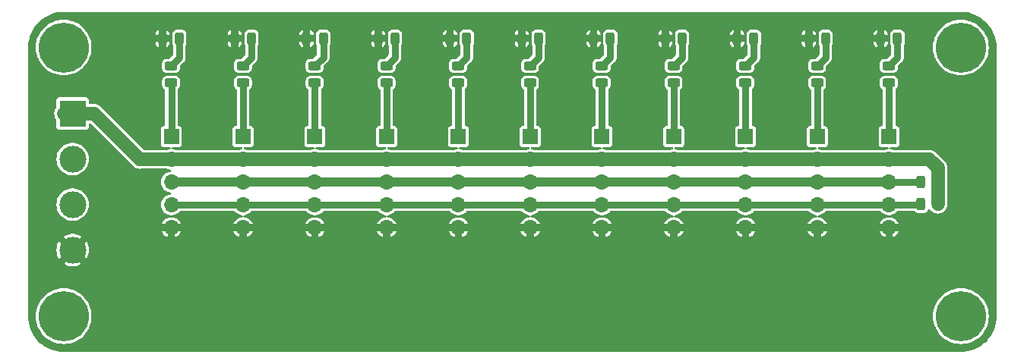
<source format=gbr>
G04 #@! TF.GenerationSoftware,KiCad,Pcbnew,7.0.6*
G04 #@! TF.CreationDate,2023-11-12T09:35:53+05:30*
G04 #@! TF.ProjectId,Common-Miner-Baseboard,436f6d6d-6f6e-42d4-9d69-6e65722d4261,rev?*
G04 #@! TF.SameCoordinates,Original*
G04 #@! TF.FileFunction,Copper,L1,Top*
G04 #@! TF.FilePolarity,Positive*
%FSLAX46Y46*%
G04 Gerber Fmt 4.6, Leading zero omitted, Abs format (unit mm)*
G04 Created by KiCad (PCBNEW 7.0.6) date 2023-11-12 09:35:53*
%MOMM*%
%LPD*%
G01*
G04 APERTURE LIST*
G04 Aperture macros list*
%AMRoundRect*
0 Rectangle with rounded corners*
0 $1 Rounding radius*
0 $2 $3 $4 $5 $6 $7 $8 $9 X,Y pos of 4 corners*
0 Add a 4 corners polygon primitive as box body*
4,1,4,$2,$3,$4,$5,$6,$7,$8,$9,$2,$3,0*
0 Add four circle primitives for the rounded corners*
1,1,$1+$1,$2,$3*
1,1,$1+$1,$4,$5*
1,1,$1+$1,$6,$7*
1,1,$1+$1,$8,$9*
0 Add four rect primitives between the rounded corners*
20,1,$1+$1,$2,$3,$4,$5,0*
20,1,$1+$1,$4,$5,$6,$7,0*
20,1,$1+$1,$6,$7,$8,$9,0*
20,1,$1+$1,$8,$9,$2,$3,0*%
G04 Aperture macros list end*
G04 #@! TA.AperFunction,SMDPad,CuDef*
%ADD10RoundRect,0.243750X-0.243750X-0.456250X0.243750X-0.456250X0.243750X0.456250X-0.243750X0.456250X0*%
G04 #@! TD*
G04 #@! TA.AperFunction,ComponentPad*
%ADD11R,1.700000X1.700000*%
G04 #@! TD*
G04 #@! TA.AperFunction,ComponentPad*
%ADD12O,1.700000X1.700000*%
G04 #@! TD*
G04 #@! TA.AperFunction,SMDPad,CuDef*
%ADD13RoundRect,0.243750X-0.456250X0.243750X-0.456250X-0.243750X0.456250X-0.243750X0.456250X0.243750X0*%
G04 #@! TD*
G04 #@! TA.AperFunction,ComponentPad*
%ADD14C,5.600000*%
G04 #@! TD*
G04 #@! TA.AperFunction,SMDPad,CuDef*
%ADD15RoundRect,0.243750X0.243750X0.456250X-0.243750X0.456250X-0.243750X-0.456250X0.243750X-0.456250X0*%
G04 #@! TD*
G04 #@! TA.AperFunction,ComponentPad*
%ADD16R,3.000000X3.000000*%
G04 #@! TD*
G04 #@! TA.AperFunction,ComponentPad*
%ADD17C,3.000000*%
G04 #@! TD*
G04 #@! TA.AperFunction,Conductor*
%ADD18C,0.800000*%
G04 #@! TD*
G04 #@! TA.AperFunction,Conductor*
%ADD19C,1.000000*%
G04 #@! TD*
G04 #@! TA.AperFunction,Conductor*
%ADD20C,1.500000*%
G04 #@! TD*
G04 APERTURE END LIST*
D10*
G04 #@! TO.P,D2,1*
G04 #@! TO.N,GND*
X49062500Y-49000000D03*
G04 #@! TO.P,D2,2*
G04 #@! TO.N,Net-(D2-Pad2)*
X50937500Y-49000000D03*
G04 #@! TD*
G04 #@! TO.P,D3,1*
G04 #@! TO.N,GND*
X57057500Y-49000000D03*
G04 #@! TO.P,D3,2*
G04 #@! TO.N,Net-(D3-Pad2)*
X58932500Y-49000000D03*
G04 #@! TD*
G04 #@! TO.P,D4,1*
G04 #@! TO.N,GND*
X65057500Y-49000000D03*
G04 #@! TO.P,D4,2*
G04 #@! TO.N,Net-(D4-Pad2)*
X66932500Y-49000000D03*
G04 #@! TD*
G04 #@! TO.P,D5,1*
G04 #@! TO.N,GND*
X73057500Y-49000000D03*
G04 #@! TO.P,D5,2*
G04 #@! TO.N,Net-(D5-Pad2)*
X74932500Y-49000000D03*
G04 #@! TD*
G04 #@! TO.P,D6,1*
G04 #@! TO.N,GND*
X81057500Y-49000000D03*
G04 #@! TO.P,D6,2*
G04 #@! TO.N,Net-(D6-Pad2)*
X82932500Y-49000000D03*
G04 #@! TD*
G04 #@! TO.P,D7,1*
G04 #@! TO.N,GND*
X89057500Y-49000000D03*
G04 #@! TO.P,D7,2*
G04 #@! TO.N,Net-(D7-Pad2)*
X90932500Y-49000000D03*
G04 #@! TD*
G04 #@! TO.P,D8,1*
G04 #@! TO.N,GND*
X97057500Y-49000000D03*
G04 #@! TO.P,D8,2*
G04 #@! TO.N,Net-(D8-Pad2)*
X98932500Y-49000000D03*
G04 #@! TD*
G04 #@! TO.P,D9,1*
G04 #@! TO.N,GND*
X105057500Y-49000000D03*
G04 #@! TO.P,D9,2*
G04 #@! TO.N,Net-(D9-Pad2)*
X106932500Y-49000000D03*
G04 #@! TD*
G04 #@! TO.P,D10,1*
G04 #@! TO.N,GND*
X113057500Y-49000000D03*
G04 #@! TO.P,D10,2*
G04 #@! TO.N,Net-(D10-Pad2)*
X114932500Y-49000000D03*
G04 #@! TD*
G04 #@! TO.P,D11,1*
G04 #@! TO.N,GND*
X121057500Y-49000000D03*
G04 #@! TO.P,D11,2*
G04 #@! TO.N,Net-(D11-Pad2)*
X122932500Y-49000000D03*
G04 #@! TD*
D11*
G04 #@! TO.P,J2,1*
G04 #@! TO.N,LED_2*
X50000000Y-59950000D03*
D12*
G04 #@! TO.P,J2,2*
G04 #@! TO.N,5V*
X50000000Y-62490000D03*
G04 #@! TO.P,J2,3*
G04 #@! TO.N,SDA*
X50000000Y-65030000D03*
G04 #@! TO.P,J2,4*
G04 #@! TO.N,SCL*
X50000000Y-67570000D03*
G04 #@! TO.P,J2,5*
G04 #@! TO.N,GND*
X50000000Y-70110000D03*
G04 #@! TD*
D11*
G04 #@! TO.P,J3,1*
G04 #@! TO.N,LED_3*
X58000000Y-59950000D03*
D12*
G04 #@! TO.P,J3,2*
G04 #@! TO.N,5V*
X58000000Y-62490000D03*
G04 #@! TO.P,J3,3*
G04 #@! TO.N,SDA*
X58000000Y-65030000D03*
G04 #@! TO.P,J3,4*
G04 #@! TO.N,SCL*
X58000000Y-67570000D03*
G04 #@! TO.P,J3,5*
G04 #@! TO.N,GND*
X58000000Y-70110000D03*
G04 #@! TD*
D11*
G04 #@! TO.P,J4,1*
G04 #@! TO.N,LED_4*
X66000000Y-59950000D03*
D12*
G04 #@! TO.P,J4,2*
G04 #@! TO.N,5V*
X66000000Y-62490000D03*
G04 #@! TO.P,J4,3*
G04 #@! TO.N,SDA*
X66000000Y-65030000D03*
G04 #@! TO.P,J4,4*
G04 #@! TO.N,SCL*
X66000000Y-67570000D03*
G04 #@! TO.P,J4,5*
G04 #@! TO.N,GND*
X66000000Y-70110000D03*
G04 #@! TD*
D11*
G04 #@! TO.P,J5,1*
G04 #@! TO.N,LED_5*
X74000000Y-59950000D03*
D12*
G04 #@! TO.P,J5,2*
G04 #@! TO.N,5V*
X74000000Y-62490000D03*
G04 #@! TO.P,J5,3*
G04 #@! TO.N,SDA*
X74000000Y-65030000D03*
G04 #@! TO.P,J5,4*
G04 #@! TO.N,SCL*
X74000000Y-67570000D03*
G04 #@! TO.P,J5,5*
G04 #@! TO.N,GND*
X74000000Y-70110000D03*
G04 #@! TD*
D11*
G04 #@! TO.P,J6,1*
G04 #@! TO.N,LED_6*
X82000000Y-59950000D03*
D12*
G04 #@! TO.P,J6,2*
G04 #@! TO.N,5V*
X82000000Y-62490000D03*
G04 #@! TO.P,J6,3*
G04 #@! TO.N,SDA*
X82000000Y-65030000D03*
G04 #@! TO.P,J6,4*
G04 #@! TO.N,SCL*
X82000000Y-67570000D03*
G04 #@! TO.P,J6,5*
G04 #@! TO.N,GND*
X82000000Y-70110000D03*
G04 #@! TD*
D11*
G04 #@! TO.P,J7,1*
G04 #@! TO.N,LED_7*
X90000000Y-59950000D03*
D12*
G04 #@! TO.P,J7,2*
G04 #@! TO.N,5V*
X90000000Y-62490000D03*
G04 #@! TO.P,J7,3*
G04 #@! TO.N,SDA*
X90000000Y-65030000D03*
G04 #@! TO.P,J7,4*
G04 #@! TO.N,SCL*
X90000000Y-67570000D03*
G04 #@! TO.P,J7,5*
G04 #@! TO.N,GND*
X90000000Y-70110000D03*
G04 #@! TD*
D11*
G04 #@! TO.P,J9,1*
G04 #@! TO.N,LED_9*
X106000000Y-59950000D03*
D12*
G04 #@! TO.P,J9,2*
G04 #@! TO.N,5V*
X106000000Y-62490000D03*
G04 #@! TO.P,J9,3*
G04 #@! TO.N,SDA*
X106000000Y-65030000D03*
G04 #@! TO.P,J9,4*
G04 #@! TO.N,SCL*
X106000000Y-67570000D03*
G04 #@! TO.P,J9,5*
G04 #@! TO.N,GND*
X106000000Y-70110000D03*
G04 #@! TD*
D11*
G04 #@! TO.P,J10,1*
G04 #@! TO.N,LED_10*
X114000000Y-59950000D03*
D12*
G04 #@! TO.P,J10,2*
G04 #@! TO.N,5V*
X114000000Y-62490000D03*
G04 #@! TO.P,J10,3*
G04 #@! TO.N,SDA*
X114000000Y-65030000D03*
G04 #@! TO.P,J10,4*
G04 #@! TO.N,SCL*
X114000000Y-67570000D03*
G04 #@! TO.P,J10,5*
G04 #@! TO.N,GND*
X114000000Y-70110000D03*
G04 #@! TD*
D11*
G04 #@! TO.P,J11,1*
G04 #@! TO.N,LED_11*
X122000000Y-59950000D03*
D12*
G04 #@! TO.P,J11,2*
G04 #@! TO.N,5V*
X122000000Y-62490000D03*
G04 #@! TO.P,J11,3*
G04 #@! TO.N,SDA*
X122000000Y-65030000D03*
G04 #@! TO.P,J11,4*
G04 #@! TO.N,SCL*
X122000000Y-67570000D03*
G04 #@! TO.P,J11,5*
G04 #@! TO.N,GND*
X122000000Y-70110000D03*
G04 #@! TD*
D13*
G04 #@! TO.P,R1,1*
G04 #@! TO.N,Net-(D1-Pad2)*
X41975000Y-52062500D03*
G04 #@! TO.P,R1,2*
G04 #@! TO.N,LED_1*
X41975000Y-53937500D03*
G04 #@! TD*
G04 #@! TO.P,R2,1*
G04 #@! TO.N,Net-(D2-Pad2)*
X49975000Y-52062500D03*
G04 #@! TO.P,R2,2*
G04 #@! TO.N,LED_2*
X49975000Y-53937500D03*
G04 #@! TD*
G04 #@! TO.P,R3,1*
G04 #@! TO.N,Net-(D3-Pad2)*
X57975000Y-52062500D03*
G04 #@! TO.P,R3,2*
G04 #@! TO.N,LED_3*
X57975000Y-53937500D03*
G04 #@! TD*
G04 #@! TO.P,R4,1*
G04 #@! TO.N,Net-(D4-Pad2)*
X65975000Y-52062500D03*
G04 #@! TO.P,R4,2*
G04 #@! TO.N,LED_4*
X65975000Y-53937500D03*
G04 #@! TD*
G04 #@! TO.P,R5,1*
G04 #@! TO.N,Net-(D5-Pad2)*
X73975000Y-52062500D03*
G04 #@! TO.P,R5,2*
G04 #@! TO.N,LED_5*
X73975000Y-53937500D03*
G04 #@! TD*
G04 #@! TO.P,R6,1*
G04 #@! TO.N,Net-(D6-Pad2)*
X81975000Y-52062500D03*
G04 #@! TO.P,R6,2*
G04 #@! TO.N,LED_6*
X81975000Y-53937500D03*
G04 #@! TD*
G04 #@! TO.P,R7,1*
G04 #@! TO.N,Net-(D7-Pad2)*
X89975000Y-52062500D03*
G04 #@! TO.P,R7,2*
G04 #@! TO.N,LED_7*
X89975000Y-53937500D03*
G04 #@! TD*
G04 #@! TO.P,R8,1*
G04 #@! TO.N,Net-(D8-Pad2)*
X97975000Y-52062500D03*
G04 #@! TO.P,R8,2*
G04 #@! TO.N,LED_8*
X97975000Y-53937500D03*
G04 #@! TD*
G04 #@! TO.P,R9,1*
G04 #@! TO.N,Net-(D9-Pad2)*
X105975000Y-52062500D03*
G04 #@! TO.P,R9,2*
G04 #@! TO.N,LED_9*
X105975000Y-53937500D03*
G04 #@! TD*
G04 #@! TO.P,R10,1*
G04 #@! TO.N,Net-(D10-Pad2)*
X113975000Y-52062500D03*
G04 #@! TO.P,R10,2*
G04 #@! TO.N,LED_10*
X113975000Y-53937500D03*
G04 #@! TD*
G04 #@! TO.P,R11,1*
G04 #@! TO.N,Net-(D11-Pad2)*
X121975000Y-52062500D03*
G04 #@! TO.P,R11,2*
G04 #@! TO.N,LED_11*
X121975000Y-53937500D03*
G04 #@! TD*
D11*
G04 #@! TO.P,J8,1*
G04 #@! TO.N,LED_8*
X98000000Y-59950000D03*
D12*
G04 #@! TO.P,J8,2*
G04 #@! TO.N,5V*
X98000000Y-62490000D03*
G04 #@! TO.P,J8,3*
G04 #@! TO.N,SDA*
X98000000Y-65030000D03*
G04 #@! TO.P,J8,4*
G04 #@! TO.N,SCL*
X98000000Y-67570000D03*
G04 #@! TO.P,J8,5*
G04 #@! TO.N,GND*
X98000000Y-70110000D03*
G04 #@! TD*
D11*
G04 #@! TO.P,J1,1*
G04 #@! TO.N,LED_1*
X42000000Y-59950000D03*
D12*
G04 #@! TO.P,J1,2*
G04 #@! TO.N,5V*
X42000000Y-62490000D03*
G04 #@! TO.P,J1,3*
G04 #@! TO.N,SDA*
X42000000Y-65030000D03*
G04 #@! TO.P,J1,4*
G04 #@! TO.N,SCL*
X42000000Y-67570000D03*
G04 #@! TO.P,J1,5*
G04 #@! TO.N,GND*
X42000000Y-70110000D03*
G04 #@! TD*
D14*
G04 #@! TO.P,REF\u002A\u002A,1*
G04 #@! TO.N,N/C*
X30000000Y-50000000D03*
G04 #@! TD*
G04 #@! TO.P,REF\u002A\u002A,1*
G04 #@! TO.N,N/C*
X130000000Y-50000000D03*
G04 #@! TD*
D15*
G04 #@! TO.P,R14,1*
G04 #@! TO.N,5V*
X127437500Y-65000000D03*
G04 #@! TO.P,R14,2*
G04 #@! TO.N,SDA*
X125562500Y-65000000D03*
G04 #@! TD*
G04 #@! TO.P,R15,1*
G04 #@! TO.N,5V*
X127437500Y-67500000D03*
G04 #@! TO.P,R15,2*
G04 #@! TO.N,SCL*
X125562500Y-67500000D03*
G04 #@! TD*
D10*
G04 #@! TO.P,D1,1*
G04 #@! TO.N,GND*
X41017500Y-49000000D03*
G04 #@! TO.P,D1,2*
G04 #@! TO.N,Net-(D1-Pad2)*
X42892500Y-49000000D03*
G04 #@! TD*
D16*
G04 #@! TO.P,J12,1*
G04 #@! TO.N,5V*
X31000000Y-57380000D03*
D17*
G04 #@! TO.P,J12,2*
G04 #@! TO.N,Net-(J12-Pad2)*
X31000000Y-62460000D03*
G04 #@! TO.P,J12,3*
G04 #@! TO.N,Net-(J12-Pad3)*
X31000000Y-67540000D03*
G04 #@! TO.P,J12,4*
G04 #@! TO.N,GND*
X31000000Y-72620000D03*
G04 #@! TD*
D14*
G04 #@! TO.P,REF\u002A\u002A,1*
G04 #@! TO.N,N/C*
X130000000Y-80000000D03*
G04 #@! TD*
G04 #@! TO.P,REF\u002A\u002A,1*
G04 #@! TO.N,N/C*
X30000000Y-80000000D03*
G04 #@! TD*
D18*
G04 #@! TO.N,Net-(D1-Pad2)*
X42892500Y-51145000D02*
X41975000Y-52062500D01*
X42892500Y-49000000D02*
X42892500Y-51145000D01*
G04 #@! TO.N,Net-(D2-Pad2)*
X50937500Y-49000000D02*
X50937500Y-51100000D01*
X50937500Y-51100000D02*
X49975000Y-52062500D01*
G04 #@! TO.N,Net-(D3-Pad2)*
X58932500Y-49000000D02*
X58932500Y-51105000D01*
X58932500Y-51105000D02*
X57975000Y-52062500D01*
G04 #@! TO.N,Net-(D4-Pad2)*
X66932500Y-49000000D02*
X66932500Y-51105000D01*
X66932500Y-51105000D02*
X65975000Y-52062500D01*
G04 #@! TO.N,Net-(D5-Pad2)*
X74932500Y-49000000D02*
X74932500Y-51105000D01*
X74932500Y-51105000D02*
X73975000Y-52062500D01*
G04 #@! TO.N,Net-(D6-Pad2)*
X82932500Y-49000000D02*
X82932500Y-51105000D01*
X82932500Y-51105000D02*
X81975000Y-52062500D01*
G04 #@! TO.N,Net-(D7-Pad2)*
X90932500Y-51105000D02*
X89975000Y-52062500D01*
X90932500Y-49000000D02*
X90932500Y-51105000D01*
G04 #@! TO.N,Net-(D8-Pad2)*
X98932500Y-51105000D02*
X97975000Y-52062500D01*
X98932500Y-49000000D02*
X98932500Y-51105000D01*
G04 #@! TO.N,Net-(D9-Pad2)*
X106932500Y-51105000D02*
X105975000Y-52062500D01*
X106932500Y-49000000D02*
X106932500Y-51105000D01*
G04 #@! TO.N,Net-(D10-Pad2)*
X114932500Y-49000000D02*
X114932500Y-51105000D01*
X114932500Y-51105000D02*
X113975000Y-52062500D01*
G04 #@! TO.N,Net-(D11-Pad2)*
X122932500Y-51105000D02*
X121975000Y-52062500D01*
X122932500Y-49000000D02*
X122932500Y-51105000D01*
G04 #@! TO.N,SCL*
X122000000Y-67570000D02*
X125492500Y-67570000D01*
X125492500Y-67570000D02*
X125562500Y-67500000D01*
D19*
X121970000Y-67540000D02*
X122000000Y-67570000D01*
D18*
X42000000Y-67570000D02*
X122000000Y-67570000D01*
D19*
G04 #@! TO.N,SDA*
X42000000Y-65030000D02*
X122000000Y-65030000D01*
D18*
X122000000Y-65030000D02*
X125532500Y-65030000D01*
X125532500Y-65030000D02*
X125562500Y-65000000D01*
D20*
G04 #@! TO.N,5V*
X113754002Y-62490000D02*
X122000000Y-62490000D01*
X38490000Y-62490000D02*
X42000000Y-62490000D01*
X33380000Y-57380000D02*
X38490000Y-62490000D01*
X42000000Y-62490000D02*
X113754002Y-62490000D01*
X127437500Y-63437500D02*
X127437500Y-67500000D01*
X30000000Y-57380000D02*
X33380000Y-57380000D01*
X122000000Y-62490000D02*
X126490000Y-62490000D01*
X126490000Y-62490000D02*
X127437500Y-63437500D01*
D18*
G04 #@! TO.N,LED_1*
X42000000Y-59950000D02*
X42000000Y-53962500D01*
X42000000Y-53962500D02*
X41975000Y-53937500D01*
G04 #@! TO.N,LED_2*
X50000000Y-59950000D02*
X50000000Y-53962500D01*
X50000000Y-53962500D02*
X49975000Y-53937500D01*
G04 #@! TO.N,LED_3*
X58000000Y-59950000D02*
X58000000Y-53962500D01*
X58000000Y-53962500D02*
X57975000Y-53937500D01*
G04 #@! TO.N,LED_4*
X66000000Y-59950000D02*
X66000000Y-53962500D01*
X66000000Y-53962500D02*
X65975000Y-53937500D01*
G04 #@! TO.N,LED_5*
X74000000Y-53962500D02*
X73975000Y-53937500D01*
X74000000Y-59950000D02*
X74000000Y-53962500D01*
G04 #@! TO.N,LED_6*
X82000000Y-53962500D02*
X81975000Y-53937500D01*
X82000000Y-59950000D02*
X82000000Y-53962500D01*
G04 #@! TO.N,LED_7*
X90000000Y-59950000D02*
X90000000Y-53962500D01*
X90000000Y-53962500D02*
X89975000Y-53937500D01*
G04 #@! TO.N,LED_8*
X98000000Y-53962500D02*
X97975000Y-53937500D01*
X98000000Y-59950000D02*
X98000000Y-53962500D01*
G04 #@! TO.N,LED_9*
X106000000Y-59950000D02*
X106000000Y-53962500D01*
X106000000Y-53962500D02*
X105975000Y-53937500D01*
G04 #@! TO.N,LED_10*
X114000000Y-53962500D02*
X113975000Y-53937500D01*
X114000000Y-59950000D02*
X114000000Y-53962500D01*
G04 #@! TO.N,LED_11*
X122000000Y-53962500D02*
X121975000Y-53937500D01*
X122000000Y-59950000D02*
X122000000Y-53962500D01*
G04 #@! TD*
G04 #@! TA.AperFunction,Conductor*
G04 #@! TO.N,GND*
G36*
X130001444Y-46025567D02*
G01*
X130363812Y-46042321D01*
X130369609Y-46042858D01*
X130422760Y-46050272D01*
X130727446Y-46092773D01*
X130733132Y-46093836D01*
X131084851Y-46176560D01*
X131090436Y-46178150D01*
X131196912Y-46213837D01*
X131433002Y-46292966D01*
X131438406Y-46295059D01*
X131768935Y-46441002D01*
X131774114Y-46443580D01*
X132089771Y-46619400D01*
X132094698Y-46622451D01*
X132172030Y-46675425D01*
X132392767Y-46826634D01*
X132397403Y-46830134D01*
X132498569Y-46914141D01*
X132675367Y-47060953D01*
X132679658Y-47064864D01*
X132935134Y-47320340D01*
X132939046Y-47324632D01*
X133082372Y-47497232D01*
X133169862Y-47602593D01*
X133173365Y-47607232D01*
X133377544Y-47905295D01*
X133380602Y-47910234D01*
X133556414Y-48225877D01*
X133559001Y-48231073D01*
X133678266Y-48501183D01*
X133704934Y-48561579D01*
X133707037Y-48567008D01*
X133821849Y-48909563D01*
X133823443Y-48915162D01*
X133906159Y-49266847D01*
X133907229Y-49272570D01*
X133957141Y-49630390D01*
X133957678Y-49636187D01*
X133974433Y-49998553D01*
X133974500Y-50001464D01*
X133974500Y-79998534D01*
X133974433Y-80001445D01*
X133957678Y-80363812D01*
X133957141Y-80369609D01*
X133907229Y-80727429D01*
X133906159Y-80733152D01*
X133823443Y-81084837D01*
X133821849Y-81090436D01*
X133707037Y-81432991D01*
X133704934Y-81438420D01*
X133559002Y-81768925D01*
X133556409Y-81774131D01*
X133466150Y-81936179D01*
X133380609Y-82089754D01*
X133377544Y-82094704D01*
X133173365Y-82392767D01*
X133169857Y-82397413D01*
X132939046Y-82675367D01*
X132935124Y-82679670D01*
X132679670Y-82935124D01*
X132675367Y-82939046D01*
X132397413Y-83169857D01*
X132392767Y-83173365D01*
X132094704Y-83377544D01*
X132089755Y-83380608D01*
X131774131Y-83556409D01*
X131768925Y-83559002D01*
X131438420Y-83704934D01*
X131432991Y-83707037D01*
X131090436Y-83821849D01*
X131084837Y-83823443D01*
X130733152Y-83906159D01*
X130727429Y-83907229D01*
X130369609Y-83957141D01*
X130363812Y-83957678D01*
X130001445Y-83974433D01*
X129998534Y-83974500D01*
X30001466Y-83974500D01*
X29998555Y-83974433D01*
X29636187Y-83957678D01*
X29630390Y-83957141D01*
X29272570Y-83907229D01*
X29266851Y-83906159D01*
X28915162Y-83823443D01*
X28909563Y-83821849D01*
X28567008Y-83707037D01*
X28561579Y-83704934D01*
X28231074Y-83559002D01*
X28225877Y-83556414D01*
X27910234Y-83380602D01*
X27905295Y-83377544D01*
X27607232Y-83173365D01*
X27602593Y-83169862D01*
X27431185Y-83027527D01*
X27324632Y-82939046D01*
X27320340Y-82935134D01*
X27064864Y-82679658D01*
X27060953Y-82675367D01*
X26855450Y-82427890D01*
X26830134Y-82397403D01*
X26826634Y-82392767D01*
X26622451Y-82094698D01*
X26619400Y-82089771D01*
X26443580Y-81774114D01*
X26441002Y-81768935D01*
X26295059Y-81438406D01*
X26292966Y-81433002D01*
X26178150Y-81090436D01*
X26176560Y-81084851D01*
X26093836Y-80733132D01*
X26092773Y-80727446D01*
X26042858Y-80369609D01*
X26042321Y-80363812D01*
X26025567Y-80001444D01*
X26025534Y-80000000D01*
X26894615Y-80000000D01*
X26914140Y-80347690D01*
X26972471Y-80691004D01*
X26972473Y-80691013D01*
X27039200Y-80922625D01*
X27068880Y-81025648D01*
X27174500Y-81280636D01*
X27202145Y-81347376D01*
X27202152Y-81347388D01*
X27370588Y-81652153D01*
X27370592Y-81652160D01*
X27572109Y-81936172D01*
X27572114Y-81936179D01*
X27672465Y-82048471D01*
X27804161Y-82195839D01*
X27969063Y-82343205D01*
X28063820Y-82427885D01*
X28063827Y-82427890D01*
X28347839Y-82629407D01*
X28347846Y-82629411D01*
X28430998Y-82675367D01*
X28652624Y-82797855D01*
X28974356Y-82931121D01*
X29308987Y-83027527D01*
X29652307Y-83085859D01*
X29652306Y-83085859D01*
X29670793Y-83086897D01*
X30000000Y-83105385D01*
X30347693Y-83085859D01*
X30691013Y-83027527D01*
X31025644Y-82931121D01*
X31347376Y-82797855D01*
X31652164Y-82629405D01*
X31936176Y-82427888D01*
X32195839Y-82195839D01*
X32427888Y-81936176D01*
X32629405Y-81652164D01*
X32797855Y-81347376D01*
X32931121Y-81025644D01*
X33027527Y-80691013D01*
X33085859Y-80347693D01*
X33105385Y-80000000D01*
X126894615Y-80000000D01*
X126914140Y-80347690D01*
X126972471Y-80691004D01*
X126972473Y-80691013D01*
X127039200Y-80922625D01*
X127068880Y-81025648D01*
X127174500Y-81280636D01*
X127202145Y-81347376D01*
X127202152Y-81347388D01*
X127370588Y-81652153D01*
X127370592Y-81652160D01*
X127572109Y-81936172D01*
X127572114Y-81936179D01*
X127672465Y-82048471D01*
X127804161Y-82195839D01*
X127969063Y-82343205D01*
X128063820Y-82427885D01*
X128063827Y-82427890D01*
X128347839Y-82629407D01*
X128347846Y-82629411D01*
X128430998Y-82675367D01*
X128652624Y-82797855D01*
X128974356Y-82931121D01*
X129308987Y-83027527D01*
X129652307Y-83085859D01*
X129652306Y-83085859D01*
X129670793Y-83086897D01*
X130000000Y-83105385D01*
X130347693Y-83085859D01*
X130691013Y-83027527D01*
X131025644Y-82931121D01*
X131347376Y-82797855D01*
X131652164Y-82629405D01*
X131936176Y-82427888D01*
X132195839Y-82195839D01*
X132427888Y-81936176D01*
X132629405Y-81652164D01*
X132797855Y-81347376D01*
X132931121Y-81025644D01*
X133027527Y-80691013D01*
X133085859Y-80347693D01*
X133105385Y-80000000D01*
X133085859Y-79652307D01*
X133027527Y-79308987D01*
X132931121Y-78974356D01*
X132797855Y-78652624D01*
X132629405Y-78347836D01*
X132427888Y-78063824D01*
X132427887Y-78063823D01*
X132427885Y-78063820D01*
X132343205Y-77969063D01*
X132195839Y-77804161D01*
X132048471Y-77672465D01*
X131936179Y-77572114D01*
X131936172Y-77572109D01*
X131652160Y-77370592D01*
X131652153Y-77370588D01*
X131434402Y-77250242D01*
X131347376Y-77202145D01*
X131347369Y-77202142D01*
X131347365Y-77202140D01*
X131025648Y-77068880D01*
X130957221Y-77049166D01*
X130691013Y-76972473D01*
X130691007Y-76972472D01*
X130691004Y-76972471D01*
X130347687Y-76914140D01*
X130347693Y-76914140D01*
X130018486Y-76895653D01*
X130000000Y-76894615D01*
X129999999Y-76894615D01*
X129652309Y-76914140D01*
X129308995Y-76972471D01*
X129308989Y-76972472D01*
X129308987Y-76972473D01*
X129172142Y-77011897D01*
X128974351Y-77068880D01*
X128652634Y-77202140D01*
X128652611Y-77202152D01*
X128347846Y-77370588D01*
X128347839Y-77370592D01*
X128063827Y-77572109D01*
X128063820Y-77572114D01*
X127804161Y-77804161D01*
X127572114Y-78063820D01*
X127572109Y-78063827D01*
X127370592Y-78347839D01*
X127370588Y-78347846D01*
X127202152Y-78652611D01*
X127202140Y-78652634D01*
X127068880Y-78974351D01*
X126972471Y-79308995D01*
X126914140Y-79652309D01*
X126894615Y-80000000D01*
X33105385Y-80000000D01*
X33085859Y-79652307D01*
X33027527Y-79308987D01*
X32931121Y-78974356D01*
X32797855Y-78652624D01*
X32629405Y-78347836D01*
X32427888Y-78063824D01*
X32427887Y-78063823D01*
X32427885Y-78063820D01*
X32343205Y-77969063D01*
X32195839Y-77804161D01*
X32048471Y-77672465D01*
X31936179Y-77572114D01*
X31936172Y-77572109D01*
X31652160Y-77370592D01*
X31652153Y-77370588D01*
X31434402Y-77250242D01*
X31347376Y-77202145D01*
X31347369Y-77202142D01*
X31347365Y-77202140D01*
X31025648Y-77068880D01*
X30957221Y-77049166D01*
X30691013Y-76972473D01*
X30691007Y-76972472D01*
X30691004Y-76972471D01*
X30347687Y-76914140D01*
X30347693Y-76914140D01*
X30000000Y-76894615D01*
X29652309Y-76914140D01*
X29308995Y-76972471D01*
X29308989Y-76972472D01*
X29308987Y-76972473D01*
X29172142Y-77011897D01*
X28974351Y-77068880D01*
X28652634Y-77202140D01*
X28652611Y-77202152D01*
X28347846Y-77370588D01*
X28347839Y-77370592D01*
X28063827Y-77572109D01*
X28063820Y-77572114D01*
X27804161Y-77804161D01*
X27572114Y-78063820D01*
X27572109Y-78063827D01*
X27370592Y-78347839D01*
X27370588Y-78347846D01*
X27202152Y-78652611D01*
X27202140Y-78652634D01*
X27068880Y-78974351D01*
X26972471Y-79308995D01*
X26914140Y-79652309D01*
X26894615Y-80000000D01*
X26025534Y-80000000D01*
X26025500Y-79998534D01*
X26025500Y-72620000D01*
X29194953Y-72620000D01*
X29215115Y-72889032D01*
X29275145Y-73152045D01*
X29275147Y-73152050D01*
X29373707Y-73403177D01*
X29373710Y-73403185D01*
X29475253Y-73579061D01*
X30259160Y-72795154D01*
X30266971Y-72839454D01*
X30337340Y-73002587D01*
X30443433Y-73145094D01*
X30579530Y-73259294D01*
X30738295Y-73339028D01*
X30825894Y-73359789D01*
X30040983Y-74144699D01*
X30097476Y-74183215D01*
X30340537Y-74300269D01*
X30340550Y-74300274D01*
X30598328Y-74379788D01*
X30598340Y-74379790D01*
X30865113Y-74420000D01*
X31134887Y-74420000D01*
X31401659Y-74379790D01*
X31401671Y-74379788D01*
X31659449Y-74300274D01*
X31659462Y-74300269D01*
X31902526Y-74183215D01*
X31959016Y-74144700D01*
X31178223Y-73363907D01*
X31343409Y-73303784D01*
X31491844Y-73206157D01*
X31613764Y-73076930D01*
X31702595Y-72923070D01*
X31740878Y-72795194D01*
X32524745Y-73579061D01*
X32524746Y-73579061D01*
X32626292Y-73403178D01*
X32626294Y-73403174D01*
X32724852Y-73152050D01*
X32724854Y-73152045D01*
X32784884Y-72889032D01*
X32805046Y-72620000D01*
X32784884Y-72350967D01*
X32724854Y-72087954D01*
X32724852Y-72087949D01*
X32626294Y-71836825D01*
X32626292Y-71836821D01*
X32524745Y-71660937D01*
X31740839Y-72444843D01*
X31733029Y-72400546D01*
X31662660Y-72237413D01*
X31556567Y-72094906D01*
X31420470Y-71980706D01*
X31261705Y-71900972D01*
X31174104Y-71880210D01*
X31959015Y-71095299D01*
X31959015Y-71095298D01*
X31902514Y-71056777D01*
X31659467Y-70939732D01*
X31659449Y-70939725D01*
X31401671Y-70860211D01*
X31401659Y-70860209D01*
X31134887Y-70820000D01*
X30865113Y-70820000D01*
X30598340Y-70860209D01*
X30598328Y-70860211D01*
X30340550Y-70939725D01*
X30340532Y-70939732D01*
X30097482Y-71056779D01*
X30097474Y-71056784D01*
X30040984Y-71095298D01*
X30040984Y-71095300D01*
X30821775Y-71876092D01*
X30656591Y-71936216D01*
X30508156Y-72033843D01*
X30386236Y-72163070D01*
X30297405Y-72316930D01*
X30259121Y-72444805D01*
X29475254Y-71660938D01*
X29475253Y-71660938D01*
X29373710Y-71836814D01*
X29373707Y-71836822D01*
X29275147Y-72087949D01*
X29275145Y-72087954D01*
X29215115Y-72350967D01*
X29194953Y-72620000D01*
X26025500Y-72620000D01*
X26025500Y-70510000D01*
X40918167Y-70510000D01*
X40923061Y-70527202D01*
X40923063Y-70527207D01*
X41018060Y-70717989D01*
X41146500Y-70888070D01*
X41304001Y-71031652D01*
X41485205Y-71143847D01*
X41600000Y-71188318D01*
X41600000Y-70510000D01*
X40918167Y-70510000D01*
X26025500Y-70510000D01*
X26025500Y-67540000D01*
X29194451Y-67540000D01*
X29214617Y-67809106D01*
X29274665Y-68072193D01*
X29373255Y-68323394D01*
X29373258Y-68323402D01*
X29508182Y-68557098D01*
X29508184Y-68557101D01*
X29508185Y-68557102D01*
X29676439Y-68768085D01*
X29874259Y-68951635D01*
X29874265Y-68951639D01*
X30097216Y-69103645D01*
X30097223Y-69103649D01*
X30097226Y-69103651D01*
X30340359Y-69220738D01*
X30340362Y-69220738D01*
X30340367Y-69220741D01*
X30598217Y-69300277D01*
X30598219Y-69300277D01*
X30598228Y-69300280D01*
X30865071Y-69340500D01*
X30865075Y-69340500D01*
X31134925Y-69340500D01*
X31134929Y-69340500D01*
X31401772Y-69300280D01*
X31401782Y-69300277D01*
X31659632Y-69220741D01*
X31659634Y-69220739D01*
X31659641Y-69220738D01*
X31659646Y-69220735D01*
X31659650Y-69220734D01*
X31902769Y-69103654D01*
X31902769Y-69103653D01*
X31902775Y-69103651D01*
X32125741Y-68951635D01*
X32323561Y-68768085D01*
X32491815Y-68557102D01*
X32612304Y-68348407D01*
X32626741Y-68323402D01*
X32626743Y-68323398D01*
X32725334Y-68072195D01*
X32785383Y-67809103D01*
X32805549Y-67540000D01*
X32785383Y-67270897D01*
X32725334Y-67007805D01*
X32626743Y-66756602D01*
X32626742Y-66756601D01*
X32626741Y-66756597D01*
X32491817Y-66522901D01*
X32481531Y-66510003D01*
X32323561Y-66311915D01*
X32125741Y-66128365D01*
X32125734Y-66128360D01*
X31902777Y-65976350D01*
X31902769Y-65976345D01*
X31659650Y-65859265D01*
X31659632Y-65859258D01*
X31401782Y-65779722D01*
X31401774Y-65779720D01*
X31401772Y-65779720D01*
X31134929Y-65739500D01*
X30865071Y-65739500D01*
X30598228Y-65779720D01*
X30598226Y-65779720D01*
X30598217Y-65779722D01*
X30340367Y-65859258D01*
X30340355Y-65859263D01*
X30097223Y-65976350D01*
X30097216Y-65976354D01*
X29874265Y-66128360D01*
X29874260Y-66128364D01*
X29676439Y-66311914D01*
X29508182Y-66522901D01*
X29373258Y-66756597D01*
X29373255Y-66756605D01*
X29274665Y-67007806D01*
X29214617Y-67270893D01*
X29194451Y-67540000D01*
X26025500Y-67540000D01*
X26025500Y-62460000D01*
X29194451Y-62460000D01*
X29214617Y-62729106D01*
X29274665Y-62992193D01*
X29373255Y-63243394D01*
X29373258Y-63243402D01*
X29508182Y-63477098D01*
X29508184Y-63477101D01*
X29508185Y-63477102D01*
X29676439Y-63688085D01*
X29874259Y-63871635D01*
X29896526Y-63886816D01*
X30097216Y-64023645D01*
X30097223Y-64023649D01*
X30097226Y-64023651D01*
X30340359Y-64140738D01*
X30340362Y-64140738D01*
X30340367Y-64140741D01*
X30598217Y-64220277D01*
X30598219Y-64220277D01*
X30598228Y-64220280D01*
X30865071Y-64260500D01*
X30865075Y-64260500D01*
X31134925Y-64260500D01*
X31134929Y-64260500D01*
X31401772Y-64220280D01*
X31401782Y-64220277D01*
X31659632Y-64140741D01*
X31659634Y-64140739D01*
X31659641Y-64140738D01*
X31659646Y-64140735D01*
X31659650Y-64140734D01*
X31902769Y-64023654D01*
X31902769Y-64023653D01*
X31902775Y-64023651D01*
X32125741Y-63871635D01*
X32323561Y-63688085D01*
X32491815Y-63477102D01*
X32626743Y-63243398D01*
X32725334Y-62992195D01*
X32785383Y-62729103D01*
X32805549Y-62460000D01*
X32785383Y-62190897D01*
X32725334Y-61927805D01*
X32626743Y-61676602D01*
X32626742Y-61676601D01*
X32626741Y-61676597D01*
X32491817Y-61442901D01*
X32488862Y-61439196D01*
X32323561Y-61231915D01*
X32125741Y-61048365D01*
X32125734Y-61048360D01*
X31902777Y-60896350D01*
X31902769Y-60896345D01*
X31659650Y-60779265D01*
X31659632Y-60779258D01*
X31401782Y-60699722D01*
X31401774Y-60699720D01*
X31401772Y-60699720D01*
X31134929Y-60659500D01*
X30865071Y-60659500D01*
X30598228Y-60699720D01*
X30598226Y-60699720D01*
X30598217Y-60699722D01*
X30340367Y-60779258D01*
X30340355Y-60779263D01*
X30097223Y-60896350D01*
X30097216Y-60896354D01*
X29874265Y-61048360D01*
X29874260Y-61048364D01*
X29676439Y-61231914D01*
X29508182Y-61442901D01*
X29373258Y-61676597D01*
X29373255Y-61676605D01*
X29274665Y-61927806D01*
X29214617Y-62190893D01*
X29194451Y-62460000D01*
X26025500Y-62460000D01*
X26025500Y-57380003D01*
X28944417Y-57380003D01*
X28964698Y-57585927D01*
X29024768Y-57783954D01*
X29122313Y-57966447D01*
X29170900Y-58025651D01*
X29198653Y-58090999D01*
X29199500Y-58105584D01*
X29199500Y-58924859D01*
X29199501Y-58924866D01*
X29202414Y-58949990D01*
X29202416Y-58949994D01*
X29247793Y-59052765D01*
X29327232Y-59132204D01*
X29327234Y-59132205D01*
X29327235Y-59132206D01*
X29430009Y-59177585D01*
X29455135Y-59180500D01*
X32544864Y-59180499D01*
X32569991Y-59177585D01*
X32672765Y-59132206D01*
X32752206Y-59052765D01*
X32797585Y-58949991D01*
X32800500Y-58924865D01*
X32800500Y-58590317D01*
X32820501Y-58522201D01*
X32874156Y-58475708D01*
X32944430Y-58465603D01*
X33009011Y-58495096D01*
X33015594Y-58501226D01*
X35345047Y-60830678D01*
X37708513Y-63194145D01*
X37712648Y-63198707D01*
X37739615Y-63231566D01*
X37743592Y-63236412D01*
X37783673Y-63269306D01*
X37870030Y-63340177D01*
X37903549Y-63367685D01*
X38086045Y-63465232D01*
X38284066Y-63525300D01*
X38284070Y-63525300D01*
X38284072Y-63525301D01*
X38489997Y-63545583D01*
X38490000Y-63545583D01*
X38490002Y-63545583D01*
X38538522Y-63540804D01*
X38544702Y-63540500D01*
X41503250Y-63540500D01*
X41548765Y-63549007D01*
X41683802Y-63601321D01*
X41870097Y-63636145D01*
X41933381Y-63668324D01*
X41969223Y-63729609D01*
X41966242Y-63800543D01*
X41925384Y-63858605D01*
X41870098Y-63883854D01*
X41757350Y-63904930D01*
X41683800Y-63918679D01*
X41529754Y-63978356D01*
X41484981Y-63995702D01*
X41484980Y-63995702D01*
X41484979Y-63995703D01*
X41484974Y-63995705D01*
X41303701Y-64107945D01*
X41303699Y-64107946D01*
X41146129Y-64251591D01*
X41124953Y-64279633D01*
X41017634Y-64421745D01*
X40924130Y-64609526D01*
X40922593Y-64612615D01*
X40864244Y-64817688D01*
X40844571Y-65030000D01*
X40864244Y-65242311D01*
X40922593Y-65447384D01*
X40922594Y-65447386D01*
X40922595Y-65447389D01*
X41017634Y-65638255D01*
X41124466Y-65779722D01*
X41146129Y-65808408D01*
X41303699Y-65952053D01*
X41303701Y-65952054D01*
X41484974Y-66064294D01*
X41484975Y-66064294D01*
X41484981Y-66064298D01*
X41683802Y-66141321D01*
X41870097Y-66176145D01*
X41933381Y-66208324D01*
X41969223Y-66269609D01*
X41966242Y-66340543D01*
X41925384Y-66398605D01*
X41870098Y-66423854D01*
X41757350Y-66444930D01*
X41683800Y-66458679D01*
X41551321Y-66510002D01*
X41484981Y-66535702D01*
X41484980Y-66535702D01*
X41484979Y-66535703D01*
X41484974Y-66535705D01*
X41303701Y-66647945D01*
X41303699Y-66647946D01*
X41146129Y-66791591D01*
X41105223Y-66845759D01*
X41017634Y-66961745D01*
X40998018Y-67001140D01*
X40922593Y-67152615D01*
X40864244Y-67357688D01*
X40844571Y-67570000D01*
X40864244Y-67782311D01*
X40922593Y-67987384D01*
X40922594Y-67987386D01*
X40922595Y-67987389D01*
X41017634Y-68178255D01*
X41143128Y-68344434D01*
X41146129Y-68348408D01*
X41303699Y-68492053D01*
X41303701Y-68492054D01*
X41484974Y-68604294D01*
X41484975Y-68604294D01*
X41484981Y-68604298D01*
X41683802Y-68681321D01*
X41871456Y-68716399D01*
X41934741Y-68748578D01*
X41970583Y-68809863D01*
X41967602Y-68880797D01*
X41926744Y-68938859D01*
X41871456Y-68964109D01*
X41683932Y-68999163D01*
X41485211Y-69076149D01*
X41485204Y-69076152D01*
X41304001Y-69188347D01*
X41146500Y-69331929D01*
X41018060Y-69502010D01*
X40923063Y-69692792D01*
X40923061Y-69692797D01*
X40918166Y-69709999D01*
X40918167Y-69710000D01*
X41698103Y-69710000D01*
X41618239Y-69779202D01*
X41540507Y-69900156D01*
X41500000Y-70038111D01*
X41500000Y-70181889D01*
X41540507Y-70319844D01*
X41618239Y-70440798D01*
X41726900Y-70534952D01*
X41857685Y-70594680D01*
X41964237Y-70610000D01*
X42035763Y-70610000D01*
X42142315Y-70594680D01*
X42273100Y-70534952D01*
X42301897Y-70510000D01*
X42400000Y-70510000D01*
X42400000Y-71188317D01*
X42514794Y-71143847D01*
X42514795Y-71143847D01*
X42695998Y-71031652D01*
X42853499Y-70888070D01*
X42981939Y-70717989D01*
X43076936Y-70527207D01*
X43076938Y-70527202D01*
X43081833Y-70510000D01*
X48918167Y-70510000D01*
X48923061Y-70527202D01*
X48923063Y-70527207D01*
X49018060Y-70717989D01*
X49146500Y-70888070D01*
X49304001Y-71031652D01*
X49485205Y-71143847D01*
X49600000Y-71188318D01*
X49600000Y-70510000D01*
X48918167Y-70510000D01*
X43081833Y-70510000D01*
X42400000Y-70510000D01*
X42301897Y-70510000D01*
X42381761Y-70440798D01*
X42459493Y-70319844D01*
X42500000Y-70181889D01*
X42500000Y-70038111D01*
X42459493Y-69900156D01*
X42381761Y-69779202D01*
X42301897Y-69710000D01*
X43081833Y-69710000D01*
X43081833Y-69709999D01*
X43076938Y-69692797D01*
X43076936Y-69692792D01*
X42981939Y-69502010D01*
X42853499Y-69331929D01*
X42695998Y-69188347D01*
X42514795Y-69076152D01*
X42514788Y-69076149D01*
X42316067Y-68999163D01*
X42128543Y-68964109D01*
X42065258Y-68931930D01*
X42029416Y-68870645D01*
X42032397Y-68799711D01*
X42073255Y-68741649D01*
X42128541Y-68716400D01*
X42316198Y-68681321D01*
X42515019Y-68604298D01*
X42696302Y-68492052D01*
X42853872Y-68348407D01*
X42856881Y-68344423D01*
X42874896Y-68320568D01*
X42931910Y-68278260D01*
X42975446Y-68270500D01*
X49024554Y-68270500D01*
X49092675Y-68290502D01*
X49125104Y-68320568D01*
X49146124Y-68348403D01*
X49303699Y-68492053D01*
X49303701Y-68492054D01*
X49484974Y-68604294D01*
X49484975Y-68604294D01*
X49484981Y-68604298D01*
X49683802Y-68681321D01*
X49871456Y-68716399D01*
X49934741Y-68748578D01*
X49970583Y-68809863D01*
X49967602Y-68880797D01*
X49926744Y-68938859D01*
X49871456Y-68964109D01*
X49683932Y-68999163D01*
X49485211Y-69076149D01*
X49485204Y-69076152D01*
X49304001Y-69188347D01*
X49146500Y-69331929D01*
X49018060Y-69502010D01*
X48923063Y-69692792D01*
X48923061Y-69692797D01*
X48918166Y-69709999D01*
X48918167Y-69710000D01*
X49698103Y-69710000D01*
X49618239Y-69779202D01*
X49540507Y-69900156D01*
X49500000Y-70038111D01*
X49500000Y-70181889D01*
X49540507Y-70319844D01*
X49618239Y-70440798D01*
X49726900Y-70534952D01*
X49857685Y-70594680D01*
X49964237Y-70610000D01*
X50035763Y-70610000D01*
X50142315Y-70594680D01*
X50273100Y-70534952D01*
X50301897Y-70510000D01*
X50400000Y-70510000D01*
X50400000Y-71188317D01*
X50514794Y-71143847D01*
X50514795Y-71143847D01*
X50695998Y-71031652D01*
X50853499Y-70888070D01*
X50981939Y-70717989D01*
X51076936Y-70527207D01*
X51076938Y-70527202D01*
X51081833Y-70510000D01*
X56918167Y-70510000D01*
X56923061Y-70527202D01*
X56923063Y-70527207D01*
X57018060Y-70717989D01*
X57146500Y-70888070D01*
X57304001Y-71031652D01*
X57485205Y-71143847D01*
X57600000Y-71188318D01*
X57600000Y-70510000D01*
X56918167Y-70510000D01*
X51081833Y-70510000D01*
X50400000Y-70510000D01*
X50301897Y-70510000D01*
X50381761Y-70440798D01*
X50459493Y-70319844D01*
X50500000Y-70181889D01*
X50500000Y-70038111D01*
X50459493Y-69900156D01*
X50381761Y-69779202D01*
X50301897Y-69710000D01*
X51081833Y-69710000D01*
X51081833Y-69709999D01*
X51076938Y-69692797D01*
X51076936Y-69692792D01*
X50981939Y-69502010D01*
X50853499Y-69331929D01*
X50695998Y-69188347D01*
X50514795Y-69076152D01*
X50514788Y-69076149D01*
X50316067Y-68999163D01*
X50128543Y-68964109D01*
X50065258Y-68931930D01*
X50029416Y-68870645D01*
X50032397Y-68799711D01*
X50073255Y-68741649D01*
X50128541Y-68716400D01*
X50316198Y-68681321D01*
X50515019Y-68604298D01*
X50696302Y-68492052D01*
X50853872Y-68348407D01*
X50856881Y-68344423D01*
X50874896Y-68320568D01*
X50931910Y-68278260D01*
X50975446Y-68270500D01*
X57024554Y-68270500D01*
X57092675Y-68290502D01*
X57125104Y-68320568D01*
X57146124Y-68348403D01*
X57303699Y-68492053D01*
X57303701Y-68492054D01*
X57484974Y-68604294D01*
X57484975Y-68604294D01*
X57484981Y-68604298D01*
X57683802Y-68681321D01*
X57871456Y-68716399D01*
X57934741Y-68748578D01*
X57970583Y-68809863D01*
X57967602Y-68880797D01*
X57926744Y-68938859D01*
X57871456Y-68964109D01*
X57683932Y-68999163D01*
X57485211Y-69076149D01*
X57485204Y-69076152D01*
X57304001Y-69188347D01*
X57146500Y-69331929D01*
X57018060Y-69502010D01*
X56923063Y-69692792D01*
X56923061Y-69692797D01*
X56918166Y-69709999D01*
X56918167Y-69710000D01*
X57698103Y-69710000D01*
X57618239Y-69779202D01*
X57540507Y-69900156D01*
X57500000Y-70038111D01*
X57500000Y-70181889D01*
X57540507Y-70319844D01*
X57618239Y-70440798D01*
X57726900Y-70534952D01*
X57857685Y-70594680D01*
X57964237Y-70610000D01*
X58035763Y-70610000D01*
X58142315Y-70594680D01*
X58273100Y-70534952D01*
X58301897Y-70510000D01*
X58400000Y-70510000D01*
X58400000Y-71188318D01*
X58514794Y-71143847D01*
X58514795Y-71143847D01*
X58695998Y-71031652D01*
X58853499Y-70888070D01*
X58981939Y-70717989D01*
X59076936Y-70527207D01*
X59076938Y-70527202D01*
X59081833Y-70510000D01*
X64918167Y-70510000D01*
X64923061Y-70527202D01*
X64923063Y-70527207D01*
X65018060Y-70717989D01*
X65146500Y-70888070D01*
X65304001Y-71031652D01*
X65485205Y-71143847D01*
X65600000Y-71188318D01*
X65600000Y-70510000D01*
X64918167Y-70510000D01*
X59081833Y-70510000D01*
X58400000Y-70510000D01*
X58301897Y-70510000D01*
X58381761Y-70440798D01*
X58459493Y-70319844D01*
X58500000Y-70181889D01*
X58500000Y-70038111D01*
X58459493Y-69900156D01*
X58381761Y-69779202D01*
X58301897Y-69710000D01*
X59081833Y-69710000D01*
X59081833Y-69709999D01*
X59076938Y-69692797D01*
X59076936Y-69692792D01*
X58981939Y-69502010D01*
X58853499Y-69331929D01*
X58695998Y-69188347D01*
X58514795Y-69076152D01*
X58514788Y-69076149D01*
X58316067Y-68999163D01*
X58128543Y-68964109D01*
X58065258Y-68931930D01*
X58029416Y-68870645D01*
X58032397Y-68799711D01*
X58073255Y-68741649D01*
X58128541Y-68716400D01*
X58316198Y-68681321D01*
X58515019Y-68604298D01*
X58696302Y-68492052D01*
X58853872Y-68348407D01*
X58856881Y-68344423D01*
X58874896Y-68320568D01*
X58931910Y-68278260D01*
X58975446Y-68270500D01*
X65024554Y-68270500D01*
X65092675Y-68290502D01*
X65125104Y-68320568D01*
X65146124Y-68348403D01*
X65303699Y-68492053D01*
X65303701Y-68492054D01*
X65484974Y-68604294D01*
X65484975Y-68604294D01*
X65484981Y-68604298D01*
X65683802Y-68681321D01*
X65871456Y-68716399D01*
X65934741Y-68748578D01*
X65970583Y-68809863D01*
X65967602Y-68880797D01*
X65926744Y-68938859D01*
X65871456Y-68964109D01*
X65683932Y-68999163D01*
X65485211Y-69076149D01*
X65485204Y-69076152D01*
X65304001Y-69188347D01*
X65146500Y-69331929D01*
X65018060Y-69502010D01*
X64923063Y-69692792D01*
X64923061Y-69692797D01*
X64918166Y-69709999D01*
X64918167Y-69710000D01*
X65698103Y-69710000D01*
X65618239Y-69779202D01*
X65540507Y-69900156D01*
X65500000Y-70038111D01*
X65500000Y-70181889D01*
X65540507Y-70319844D01*
X65618239Y-70440798D01*
X65726900Y-70534952D01*
X65857685Y-70594680D01*
X65964237Y-70610000D01*
X66035763Y-70610000D01*
X66142315Y-70594680D01*
X66273100Y-70534952D01*
X66301897Y-70510000D01*
X66400000Y-70510000D01*
X66400000Y-71188318D01*
X66514794Y-71143847D01*
X66514795Y-71143847D01*
X66695998Y-71031652D01*
X66853499Y-70888070D01*
X66981939Y-70717989D01*
X67076936Y-70527207D01*
X67076938Y-70527202D01*
X67081833Y-70510000D01*
X72918167Y-70510000D01*
X72923061Y-70527202D01*
X72923063Y-70527207D01*
X73018060Y-70717989D01*
X73146500Y-70888070D01*
X73304001Y-71031652D01*
X73485205Y-71143847D01*
X73600000Y-71188318D01*
X73600000Y-70510000D01*
X72918167Y-70510000D01*
X67081833Y-70510000D01*
X66400000Y-70510000D01*
X66301897Y-70510000D01*
X66381761Y-70440798D01*
X66459493Y-70319844D01*
X66500000Y-70181889D01*
X66500000Y-70038111D01*
X66459493Y-69900156D01*
X66381761Y-69779202D01*
X66301897Y-69710000D01*
X67081833Y-69710000D01*
X67081833Y-69709999D01*
X67076938Y-69692797D01*
X67076936Y-69692792D01*
X66981939Y-69502010D01*
X66853499Y-69331929D01*
X66695998Y-69188347D01*
X66514795Y-69076152D01*
X66514788Y-69076149D01*
X66316067Y-68999163D01*
X66128543Y-68964109D01*
X66065258Y-68931930D01*
X66029416Y-68870645D01*
X66032397Y-68799711D01*
X66073255Y-68741649D01*
X66128541Y-68716400D01*
X66316198Y-68681321D01*
X66515019Y-68604298D01*
X66696302Y-68492052D01*
X66853872Y-68348407D01*
X66856881Y-68344423D01*
X66874896Y-68320568D01*
X66931910Y-68278260D01*
X66975446Y-68270500D01*
X73024554Y-68270500D01*
X73092675Y-68290502D01*
X73125104Y-68320568D01*
X73146124Y-68348403D01*
X73303699Y-68492053D01*
X73303701Y-68492054D01*
X73484974Y-68604294D01*
X73484975Y-68604294D01*
X73484981Y-68604298D01*
X73683802Y-68681321D01*
X73871456Y-68716399D01*
X73934741Y-68748578D01*
X73970583Y-68809863D01*
X73967602Y-68880797D01*
X73926744Y-68938859D01*
X73871456Y-68964109D01*
X73683932Y-68999163D01*
X73485211Y-69076149D01*
X73485204Y-69076152D01*
X73304001Y-69188347D01*
X73146500Y-69331929D01*
X73018060Y-69502010D01*
X72923063Y-69692792D01*
X72923061Y-69692797D01*
X72918166Y-69709999D01*
X72918167Y-69710000D01*
X73698103Y-69710000D01*
X73618239Y-69779202D01*
X73540507Y-69900156D01*
X73500000Y-70038111D01*
X73500000Y-70181889D01*
X73540507Y-70319844D01*
X73618239Y-70440798D01*
X73726900Y-70534952D01*
X73857685Y-70594680D01*
X73964237Y-70610000D01*
X74035763Y-70610000D01*
X74142315Y-70594680D01*
X74273100Y-70534952D01*
X74301897Y-70510000D01*
X74400000Y-70510000D01*
X74400000Y-71188318D01*
X74514794Y-71143847D01*
X74514795Y-71143847D01*
X74695998Y-71031652D01*
X74853499Y-70888070D01*
X74981939Y-70717989D01*
X75076936Y-70527207D01*
X75076938Y-70527202D01*
X75081833Y-70510000D01*
X80918167Y-70510000D01*
X80923061Y-70527202D01*
X80923063Y-70527207D01*
X81018060Y-70717989D01*
X81146500Y-70888070D01*
X81304001Y-71031652D01*
X81485205Y-71143847D01*
X81600000Y-71188318D01*
X81600000Y-70510000D01*
X80918167Y-70510000D01*
X75081833Y-70510000D01*
X74400000Y-70510000D01*
X74301897Y-70510000D01*
X74381761Y-70440798D01*
X74459493Y-70319844D01*
X74500000Y-70181889D01*
X74500000Y-70038111D01*
X74459493Y-69900156D01*
X74381761Y-69779202D01*
X74301897Y-69710000D01*
X75081833Y-69710000D01*
X75081833Y-69709999D01*
X75076938Y-69692797D01*
X75076936Y-69692792D01*
X74981939Y-69502010D01*
X74853499Y-69331929D01*
X74695998Y-69188347D01*
X74514795Y-69076152D01*
X74514788Y-69076149D01*
X74316067Y-68999163D01*
X74128543Y-68964109D01*
X74065258Y-68931930D01*
X74029416Y-68870645D01*
X74032397Y-68799711D01*
X74073255Y-68741649D01*
X74128541Y-68716400D01*
X74316198Y-68681321D01*
X74515019Y-68604298D01*
X74696302Y-68492052D01*
X74853872Y-68348407D01*
X74856881Y-68344423D01*
X74874896Y-68320568D01*
X74931910Y-68278260D01*
X74975446Y-68270500D01*
X81024554Y-68270500D01*
X81092675Y-68290502D01*
X81125104Y-68320568D01*
X81146124Y-68348403D01*
X81303699Y-68492053D01*
X81303701Y-68492054D01*
X81484974Y-68604294D01*
X81484975Y-68604294D01*
X81484981Y-68604298D01*
X81683802Y-68681321D01*
X81871456Y-68716399D01*
X81934741Y-68748578D01*
X81970583Y-68809863D01*
X81967602Y-68880797D01*
X81926744Y-68938859D01*
X81871456Y-68964109D01*
X81683932Y-68999163D01*
X81485211Y-69076149D01*
X81485204Y-69076152D01*
X81304001Y-69188347D01*
X81146500Y-69331929D01*
X81018060Y-69502010D01*
X80923063Y-69692792D01*
X80923061Y-69692797D01*
X80918166Y-69709999D01*
X80918167Y-69710000D01*
X81698103Y-69710000D01*
X81618239Y-69779202D01*
X81540507Y-69900156D01*
X81500000Y-70038111D01*
X81500000Y-70181889D01*
X81540507Y-70319844D01*
X81618239Y-70440798D01*
X81726900Y-70534952D01*
X81857685Y-70594680D01*
X81964237Y-70610000D01*
X82035763Y-70610000D01*
X82142315Y-70594680D01*
X82273100Y-70534952D01*
X82301897Y-70510000D01*
X82400000Y-70510000D01*
X82400000Y-71188318D01*
X82514794Y-71143847D01*
X82514795Y-71143847D01*
X82695998Y-71031652D01*
X82853499Y-70888070D01*
X82981939Y-70717989D01*
X83076936Y-70527207D01*
X83076938Y-70527202D01*
X83081833Y-70510000D01*
X88918167Y-70510000D01*
X88923061Y-70527202D01*
X88923063Y-70527207D01*
X89018060Y-70717989D01*
X89146500Y-70888070D01*
X89304001Y-71031652D01*
X89485205Y-71143847D01*
X89600000Y-71188318D01*
X89600000Y-70510000D01*
X88918167Y-70510000D01*
X83081833Y-70510000D01*
X82400000Y-70510000D01*
X82301897Y-70510000D01*
X82381761Y-70440798D01*
X82459493Y-70319844D01*
X82500000Y-70181889D01*
X82500000Y-70038111D01*
X82459493Y-69900156D01*
X82381761Y-69779202D01*
X82301897Y-69710000D01*
X83081833Y-69710000D01*
X83081833Y-69709999D01*
X83076938Y-69692797D01*
X83076936Y-69692792D01*
X82981939Y-69502010D01*
X82853499Y-69331929D01*
X82695998Y-69188347D01*
X82514795Y-69076152D01*
X82514788Y-69076149D01*
X82316067Y-68999163D01*
X82128543Y-68964109D01*
X82065258Y-68931930D01*
X82029416Y-68870645D01*
X82032397Y-68799711D01*
X82073255Y-68741649D01*
X82128541Y-68716400D01*
X82316198Y-68681321D01*
X82515019Y-68604298D01*
X82696302Y-68492052D01*
X82853872Y-68348407D01*
X82856881Y-68344423D01*
X82874896Y-68320568D01*
X82931910Y-68278260D01*
X82975446Y-68270500D01*
X89024554Y-68270500D01*
X89092675Y-68290502D01*
X89125104Y-68320568D01*
X89146124Y-68348403D01*
X89303699Y-68492053D01*
X89303701Y-68492054D01*
X89484974Y-68604294D01*
X89484975Y-68604294D01*
X89484981Y-68604298D01*
X89683802Y-68681321D01*
X89871456Y-68716399D01*
X89934741Y-68748578D01*
X89970583Y-68809863D01*
X89967602Y-68880797D01*
X89926744Y-68938859D01*
X89871456Y-68964109D01*
X89683932Y-68999163D01*
X89485211Y-69076149D01*
X89485204Y-69076152D01*
X89304001Y-69188347D01*
X89146500Y-69331929D01*
X89018060Y-69502010D01*
X88923063Y-69692792D01*
X88923061Y-69692797D01*
X88918166Y-69709999D01*
X88918167Y-69710000D01*
X89698103Y-69710000D01*
X89618239Y-69779202D01*
X89540507Y-69900156D01*
X89500000Y-70038111D01*
X89500000Y-70181889D01*
X89540507Y-70319844D01*
X89618239Y-70440798D01*
X89726900Y-70534952D01*
X89857685Y-70594680D01*
X89964237Y-70610000D01*
X90035763Y-70610000D01*
X90142315Y-70594680D01*
X90273100Y-70534952D01*
X90301897Y-70510000D01*
X90400000Y-70510000D01*
X90400000Y-71188317D01*
X90514794Y-71143847D01*
X90514795Y-71143847D01*
X90695998Y-71031652D01*
X90853499Y-70888070D01*
X90981939Y-70717989D01*
X91076936Y-70527207D01*
X91076938Y-70527202D01*
X91081833Y-70510000D01*
X96918167Y-70510000D01*
X96923061Y-70527202D01*
X96923063Y-70527207D01*
X97018060Y-70717989D01*
X97146500Y-70888070D01*
X97304001Y-71031652D01*
X97485205Y-71143847D01*
X97600000Y-71188318D01*
X97600000Y-70510000D01*
X96918167Y-70510000D01*
X91081833Y-70510000D01*
X90400000Y-70510000D01*
X90301897Y-70510000D01*
X90381761Y-70440798D01*
X90459493Y-70319844D01*
X90500000Y-70181889D01*
X90500000Y-70038111D01*
X90459493Y-69900156D01*
X90381761Y-69779202D01*
X90301897Y-69710000D01*
X91081833Y-69710000D01*
X91081833Y-69709999D01*
X91076938Y-69692797D01*
X91076936Y-69692792D01*
X90981939Y-69502010D01*
X90853499Y-69331929D01*
X90695998Y-69188347D01*
X90514795Y-69076152D01*
X90514788Y-69076149D01*
X90316067Y-68999163D01*
X90128543Y-68964109D01*
X90065258Y-68931930D01*
X90029416Y-68870645D01*
X90032397Y-68799711D01*
X90073255Y-68741649D01*
X90128541Y-68716400D01*
X90316198Y-68681321D01*
X90515019Y-68604298D01*
X90696302Y-68492052D01*
X90853872Y-68348407D01*
X90856881Y-68344423D01*
X90874896Y-68320568D01*
X90931910Y-68278260D01*
X90975446Y-68270500D01*
X97024554Y-68270500D01*
X97092675Y-68290502D01*
X97125104Y-68320568D01*
X97146124Y-68348403D01*
X97303699Y-68492053D01*
X97303701Y-68492054D01*
X97484974Y-68604294D01*
X97484975Y-68604294D01*
X97484981Y-68604298D01*
X97683802Y-68681321D01*
X97871456Y-68716399D01*
X97934741Y-68748578D01*
X97970583Y-68809863D01*
X97967602Y-68880797D01*
X97926744Y-68938859D01*
X97871456Y-68964109D01*
X97683932Y-68999163D01*
X97485211Y-69076149D01*
X97485204Y-69076152D01*
X97304001Y-69188347D01*
X97146500Y-69331929D01*
X97018060Y-69502010D01*
X96923063Y-69692792D01*
X96923061Y-69692797D01*
X96918166Y-69709999D01*
X96918167Y-69710000D01*
X97698103Y-69710000D01*
X97618239Y-69779202D01*
X97540507Y-69900156D01*
X97500000Y-70038111D01*
X97500000Y-70181889D01*
X97540507Y-70319844D01*
X97618239Y-70440798D01*
X97726900Y-70534952D01*
X97857685Y-70594680D01*
X97964237Y-70610000D01*
X98035763Y-70610000D01*
X98142315Y-70594680D01*
X98273100Y-70534952D01*
X98301897Y-70510000D01*
X98400000Y-70510000D01*
X98400000Y-71188318D01*
X98514794Y-71143847D01*
X98514795Y-71143847D01*
X98695998Y-71031652D01*
X98853499Y-70888070D01*
X98981939Y-70717989D01*
X99076936Y-70527207D01*
X99076938Y-70527202D01*
X99081833Y-70510000D01*
X104918167Y-70510000D01*
X104923061Y-70527202D01*
X104923063Y-70527207D01*
X105018060Y-70717989D01*
X105146500Y-70888070D01*
X105304001Y-71031652D01*
X105485205Y-71143847D01*
X105600000Y-71188318D01*
X105600000Y-70510000D01*
X104918167Y-70510000D01*
X99081833Y-70510000D01*
X98400000Y-70510000D01*
X98301897Y-70510000D01*
X98381761Y-70440798D01*
X98459493Y-70319844D01*
X98500000Y-70181889D01*
X98500000Y-70038111D01*
X98459493Y-69900156D01*
X98381761Y-69779202D01*
X98301897Y-69710000D01*
X99081833Y-69710000D01*
X99081833Y-69709999D01*
X99076938Y-69692797D01*
X99076936Y-69692792D01*
X98981939Y-69502010D01*
X98853499Y-69331929D01*
X98695998Y-69188347D01*
X98514795Y-69076152D01*
X98514788Y-69076149D01*
X98316067Y-68999163D01*
X98128543Y-68964109D01*
X98065258Y-68931930D01*
X98029416Y-68870645D01*
X98032397Y-68799711D01*
X98073255Y-68741649D01*
X98128541Y-68716400D01*
X98316198Y-68681321D01*
X98515019Y-68604298D01*
X98696302Y-68492052D01*
X98853872Y-68348407D01*
X98856881Y-68344423D01*
X98874896Y-68320568D01*
X98931910Y-68278260D01*
X98975446Y-68270500D01*
X105024554Y-68270500D01*
X105092675Y-68290502D01*
X105125104Y-68320568D01*
X105146124Y-68348403D01*
X105303699Y-68492053D01*
X105303701Y-68492054D01*
X105484974Y-68604294D01*
X105484975Y-68604294D01*
X105484981Y-68604298D01*
X105683802Y-68681321D01*
X105871456Y-68716399D01*
X105934741Y-68748578D01*
X105970583Y-68809863D01*
X105967602Y-68880797D01*
X105926744Y-68938859D01*
X105871456Y-68964109D01*
X105683932Y-68999163D01*
X105485211Y-69076149D01*
X105485204Y-69076152D01*
X105304001Y-69188347D01*
X105146500Y-69331929D01*
X105018060Y-69502010D01*
X104923063Y-69692792D01*
X104923061Y-69692797D01*
X104918166Y-69709999D01*
X104918167Y-69710000D01*
X105698103Y-69710000D01*
X105618239Y-69779202D01*
X105540507Y-69900156D01*
X105500000Y-70038111D01*
X105500000Y-70181889D01*
X105540507Y-70319844D01*
X105618239Y-70440798D01*
X105726900Y-70534952D01*
X105857685Y-70594680D01*
X105964237Y-70610000D01*
X106035763Y-70610000D01*
X106142315Y-70594680D01*
X106273100Y-70534952D01*
X106301897Y-70510000D01*
X106400000Y-70510000D01*
X106400000Y-71188318D01*
X106514794Y-71143847D01*
X106514795Y-71143847D01*
X106695998Y-71031652D01*
X106853499Y-70888070D01*
X106981939Y-70717989D01*
X107076936Y-70527207D01*
X107076938Y-70527202D01*
X107081833Y-70510000D01*
X112918167Y-70510000D01*
X112923061Y-70527202D01*
X112923063Y-70527207D01*
X113018060Y-70717989D01*
X113146500Y-70888070D01*
X113304001Y-71031652D01*
X113485205Y-71143847D01*
X113600000Y-71188318D01*
X113600000Y-70510000D01*
X112918167Y-70510000D01*
X107081833Y-70510000D01*
X106400000Y-70510000D01*
X106301897Y-70510000D01*
X106381761Y-70440798D01*
X106459493Y-70319844D01*
X106500000Y-70181889D01*
X106500000Y-70038111D01*
X106459493Y-69900156D01*
X106381761Y-69779202D01*
X106301897Y-69710000D01*
X107081833Y-69710000D01*
X107081833Y-69709999D01*
X107076938Y-69692797D01*
X107076936Y-69692792D01*
X106981939Y-69502010D01*
X106853499Y-69331929D01*
X106695998Y-69188347D01*
X106514795Y-69076152D01*
X106514788Y-69076149D01*
X106316067Y-68999163D01*
X106128543Y-68964109D01*
X106065258Y-68931930D01*
X106029416Y-68870645D01*
X106032397Y-68799711D01*
X106073255Y-68741649D01*
X106128541Y-68716400D01*
X106316198Y-68681321D01*
X106515019Y-68604298D01*
X106696302Y-68492052D01*
X106853872Y-68348407D01*
X106856881Y-68344423D01*
X106874896Y-68320568D01*
X106931910Y-68278260D01*
X106975446Y-68270500D01*
X113024554Y-68270500D01*
X113092675Y-68290502D01*
X113125104Y-68320568D01*
X113146124Y-68348403D01*
X113303699Y-68492053D01*
X113303701Y-68492054D01*
X113484974Y-68604294D01*
X113484975Y-68604294D01*
X113484981Y-68604298D01*
X113683802Y-68681321D01*
X113871456Y-68716399D01*
X113934741Y-68748578D01*
X113970583Y-68809863D01*
X113967602Y-68880797D01*
X113926744Y-68938859D01*
X113871456Y-68964109D01*
X113683932Y-68999163D01*
X113485211Y-69076149D01*
X113485204Y-69076152D01*
X113304001Y-69188347D01*
X113146500Y-69331929D01*
X113018060Y-69502010D01*
X112923063Y-69692792D01*
X112923061Y-69692797D01*
X112918166Y-69709999D01*
X112918167Y-69710000D01*
X113698103Y-69710000D01*
X113618239Y-69779202D01*
X113540507Y-69900156D01*
X113500000Y-70038111D01*
X113500000Y-70181889D01*
X113540507Y-70319844D01*
X113618239Y-70440798D01*
X113726900Y-70534952D01*
X113857685Y-70594680D01*
X113964237Y-70610000D01*
X114035763Y-70610000D01*
X114142315Y-70594680D01*
X114273100Y-70534952D01*
X114301897Y-70510000D01*
X114400000Y-70510000D01*
X114400000Y-71188318D01*
X114514794Y-71143847D01*
X114514795Y-71143847D01*
X114695998Y-71031652D01*
X114853499Y-70888070D01*
X114981939Y-70717989D01*
X115076936Y-70527207D01*
X115076938Y-70527202D01*
X115081833Y-70510000D01*
X120918167Y-70510000D01*
X120923061Y-70527202D01*
X120923063Y-70527207D01*
X121018060Y-70717989D01*
X121146500Y-70888070D01*
X121304001Y-71031652D01*
X121485205Y-71143847D01*
X121600000Y-71188318D01*
X121600000Y-70510000D01*
X120918167Y-70510000D01*
X115081833Y-70510000D01*
X114400000Y-70510000D01*
X114301897Y-70510000D01*
X114381761Y-70440798D01*
X114459493Y-70319844D01*
X114500000Y-70181889D01*
X114500000Y-70038111D01*
X114459493Y-69900156D01*
X114381761Y-69779202D01*
X114301897Y-69710000D01*
X115081833Y-69710000D01*
X115081833Y-69709999D01*
X115076938Y-69692797D01*
X115076936Y-69692792D01*
X114981939Y-69502010D01*
X114853499Y-69331929D01*
X114695998Y-69188347D01*
X114514795Y-69076152D01*
X114514788Y-69076149D01*
X114316067Y-68999163D01*
X114128543Y-68964109D01*
X114065258Y-68931930D01*
X114029416Y-68870645D01*
X114032397Y-68799711D01*
X114073255Y-68741649D01*
X114128541Y-68716400D01*
X114316198Y-68681321D01*
X114515019Y-68604298D01*
X114696302Y-68492052D01*
X114853872Y-68348407D01*
X114856881Y-68344423D01*
X114874896Y-68320568D01*
X114931910Y-68278260D01*
X114975446Y-68270500D01*
X121024554Y-68270500D01*
X121092675Y-68290502D01*
X121125104Y-68320568D01*
X121146124Y-68348403D01*
X121303699Y-68492053D01*
X121303701Y-68492054D01*
X121484974Y-68604294D01*
X121484975Y-68604294D01*
X121484981Y-68604298D01*
X121683802Y-68681321D01*
X121871456Y-68716399D01*
X121934741Y-68748578D01*
X121970583Y-68809863D01*
X121967602Y-68880797D01*
X121926744Y-68938859D01*
X121871456Y-68964109D01*
X121683932Y-68999163D01*
X121485211Y-69076149D01*
X121485204Y-69076152D01*
X121304001Y-69188347D01*
X121146500Y-69331929D01*
X121018060Y-69502010D01*
X120923063Y-69692792D01*
X120923061Y-69692797D01*
X120918166Y-69709999D01*
X120918167Y-69710000D01*
X121698103Y-69710000D01*
X121618239Y-69779202D01*
X121540507Y-69900156D01*
X121500000Y-70038111D01*
X121500000Y-70181889D01*
X121540507Y-70319844D01*
X121618239Y-70440798D01*
X121726900Y-70534952D01*
X121857685Y-70594680D01*
X121964237Y-70610000D01*
X122035763Y-70610000D01*
X122142315Y-70594680D01*
X122273100Y-70534952D01*
X122301897Y-70510000D01*
X122400000Y-70510000D01*
X122400000Y-71188317D01*
X122514794Y-71143847D01*
X122514795Y-71143847D01*
X122695998Y-71031652D01*
X122853499Y-70888070D01*
X122981939Y-70717989D01*
X123076936Y-70527207D01*
X123076938Y-70527202D01*
X123081833Y-70510000D01*
X122400000Y-70510000D01*
X122301897Y-70510000D01*
X122381761Y-70440798D01*
X122459493Y-70319844D01*
X122500000Y-70181889D01*
X122500000Y-70038111D01*
X122459493Y-69900156D01*
X122381761Y-69779202D01*
X122301897Y-69710000D01*
X123081833Y-69710000D01*
X123081833Y-69709999D01*
X123076938Y-69692797D01*
X123076936Y-69692792D01*
X122981939Y-69502010D01*
X122853499Y-69331929D01*
X122695998Y-69188347D01*
X122514795Y-69076152D01*
X122514788Y-69076149D01*
X122316067Y-68999163D01*
X122128543Y-68964109D01*
X122065258Y-68931930D01*
X122029416Y-68870645D01*
X122032397Y-68799711D01*
X122073255Y-68741649D01*
X122128541Y-68716400D01*
X122316198Y-68681321D01*
X122515019Y-68604298D01*
X122696302Y-68492052D01*
X122853872Y-68348407D01*
X122856881Y-68344423D01*
X122874896Y-68320568D01*
X122931910Y-68278260D01*
X122975446Y-68270500D01*
X124811430Y-68270500D01*
X124879551Y-68290502D01*
X124911827Y-68320366D01*
X124930079Y-68344434D01*
X124930289Y-68344711D01*
X125049500Y-68435111D01*
X125188679Y-68489997D01*
X125276140Y-68500500D01*
X125276143Y-68500500D01*
X125848857Y-68500500D01*
X125848860Y-68500500D01*
X125936321Y-68489997D01*
X126075500Y-68435111D01*
X126194711Y-68344711D01*
X126285111Y-68225500D01*
X126333361Y-68103146D01*
X126376960Y-68047112D01*
X126443931Y-68023545D01*
X126513012Y-68039927D01*
X126554484Y-68082562D01*
X126556374Y-68081300D01*
X126559812Y-68086446D01*
X126559813Y-68086447D01*
X126559815Y-68086450D01*
X126691090Y-68246410D01*
X126729900Y-68278260D01*
X126784604Y-68323154D01*
X126805069Y-68344421D01*
X126805289Y-68344711D01*
X126924500Y-68435111D01*
X127063679Y-68489997D01*
X127083404Y-68492365D01*
X127104949Y-68496891D01*
X127231569Y-68535301D01*
X127437497Y-68555583D01*
X127437500Y-68555583D01*
X127437503Y-68555583D01*
X127643429Y-68535301D01*
X127643431Y-68535300D01*
X127643434Y-68535300D01*
X127770051Y-68496890D01*
X127791600Y-68492365D01*
X127797806Y-68491619D01*
X127811321Y-68489997D01*
X127950500Y-68435111D01*
X128069711Y-68344711D01*
X128069924Y-68344428D01*
X128090390Y-68323157D01*
X128183910Y-68246410D01*
X128315185Y-68086450D01*
X128412732Y-67903954D01*
X128472800Y-67705934D01*
X128488000Y-67551608D01*
X128488000Y-63492202D01*
X128488304Y-63486022D01*
X128493083Y-63437501D01*
X128493083Y-63437496D01*
X128472801Y-63231572D01*
X128472800Y-63231570D01*
X128472800Y-63231566D01*
X128412732Y-63033545D01*
X128315185Y-62851049D01*
X128216808Y-62731176D01*
X128214846Y-62728785D01*
X128183912Y-62691092D01*
X128183910Y-62691090D01*
X128146212Y-62660152D01*
X128141641Y-62656009D01*
X127271499Y-61785868D01*
X127267345Y-61781284D01*
X127236410Y-61743590D01*
X127076451Y-61612316D01*
X127076450Y-61612315D01*
X126893955Y-61514768D01*
X126893954Y-61514767D01*
X126893953Y-61514767D01*
X126695927Y-61454698D01*
X126490003Y-61434417D01*
X126489998Y-61434417D01*
X126441478Y-61439196D01*
X126435298Y-61439500D01*
X122496750Y-61439500D01*
X122451234Y-61430992D01*
X122316199Y-61378679D01*
X122254508Y-61367147D01*
X122164671Y-61350353D01*
X122101387Y-61318175D01*
X122065545Y-61256889D01*
X122068526Y-61185955D01*
X122109384Y-61127894D01*
X122175146Y-61101139D01*
X122187817Y-61100499D01*
X122894864Y-61100499D01*
X122919991Y-61097585D01*
X123022765Y-61052206D01*
X123102206Y-60972765D01*
X123147585Y-60869991D01*
X123150500Y-60844865D01*
X123150499Y-59055136D01*
X123147585Y-59030009D01*
X123112254Y-58949991D01*
X123102206Y-58927234D01*
X123022767Y-58847795D01*
X123022765Y-58847794D01*
X122919989Y-58802414D01*
X122919990Y-58802414D01*
X122894870Y-58799500D01*
X122894865Y-58799500D01*
X122826500Y-58799500D01*
X122758379Y-58779498D01*
X122711886Y-58725842D01*
X122700500Y-58673500D01*
X122700499Y-54722693D01*
X122720501Y-54654572D01*
X122750364Y-54622297D01*
X122819711Y-54569711D01*
X122910111Y-54450500D01*
X122964997Y-54311321D01*
X122975500Y-54223860D01*
X122975500Y-53651140D01*
X122964997Y-53563679D01*
X122910111Y-53424500D01*
X122888262Y-53395688D01*
X122819711Y-53305288D01*
X122700500Y-53214889D01*
X122561320Y-53160002D01*
X122473862Y-53149500D01*
X122473860Y-53149500D01*
X121476140Y-53149500D01*
X121476137Y-53149500D01*
X121388679Y-53160002D01*
X121249499Y-53214889D01*
X121130288Y-53305288D01*
X121039889Y-53424499D01*
X120985002Y-53563679D01*
X120974500Y-53651137D01*
X120974500Y-54223862D01*
X120985002Y-54311320D01*
X121039889Y-54450500D01*
X121130286Y-54569708D01*
X121130289Y-54569711D01*
X121249500Y-54660111D01*
X121249502Y-54660111D01*
X121249633Y-54660211D01*
X121291826Y-54717309D01*
X121299500Y-54760609D01*
X121299500Y-58673500D01*
X121279498Y-58741621D01*
X121225842Y-58788114D01*
X121173502Y-58799500D01*
X121105139Y-58799500D01*
X121105133Y-58799501D01*
X121080010Y-58802414D01*
X121080005Y-58802416D01*
X120977234Y-58847793D01*
X120897795Y-58927232D01*
X120897794Y-58927234D01*
X120852414Y-59030009D01*
X120849500Y-59055129D01*
X120849500Y-60844859D01*
X120849501Y-60844866D01*
X120852414Y-60869990D01*
X120852416Y-60869994D01*
X120897793Y-60972765D01*
X120977232Y-61052204D01*
X120977234Y-61052205D01*
X120977235Y-61052206D01*
X121080009Y-61097585D01*
X121105135Y-61100500D01*
X121812175Y-61100499D01*
X121880294Y-61120501D01*
X121926787Y-61174157D01*
X121936891Y-61244430D01*
X121907398Y-61309011D01*
X121847671Y-61347395D01*
X121835326Y-61350353D01*
X121683805Y-61378677D01*
X121548766Y-61430992D01*
X121503250Y-61439500D01*
X114496750Y-61439500D01*
X114451234Y-61430992D01*
X114316199Y-61378679D01*
X114254508Y-61367147D01*
X114164671Y-61350353D01*
X114101387Y-61318175D01*
X114065545Y-61256889D01*
X114068526Y-61185955D01*
X114109384Y-61127894D01*
X114175146Y-61101139D01*
X114187817Y-61100499D01*
X114894864Y-61100499D01*
X114919991Y-61097585D01*
X115022765Y-61052206D01*
X115102206Y-60972765D01*
X115147585Y-60869991D01*
X115150500Y-60844865D01*
X115150499Y-59055136D01*
X115147585Y-59030009D01*
X115112254Y-58949991D01*
X115102206Y-58927234D01*
X115022767Y-58847795D01*
X115022765Y-58847794D01*
X114919989Y-58802414D01*
X114919990Y-58802414D01*
X114894870Y-58799500D01*
X114894865Y-58799500D01*
X114826500Y-58799500D01*
X114758379Y-58779498D01*
X114711886Y-58725842D01*
X114700500Y-58673500D01*
X114700500Y-54722693D01*
X114720502Y-54654572D01*
X114750367Y-54622295D01*
X114819711Y-54569711D01*
X114910111Y-54450500D01*
X114964997Y-54311321D01*
X114975500Y-54223860D01*
X114975500Y-53651140D01*
X114964997Y-53563679D01*
X114910111Y-53424500D01*
X114888262Y-53395688D01*
X114819711Y-53305288D01*
X114700500Y-53214889D01*
X114561320Y-53160002D01*
X114473862Y-53149500D01*
X114473860Y-53149500D01*
X113476140Y-53149500D01*
X113476137Y-53149500D01*
X113388679Y-53160002D01*
X113249499Y-53214889D01*
X113130288Y-53305288D01*
X113039889Y-53424499D01*
X112985002Y-53563679D01*
X112974500Y-53651137D01*
X112974500Y-54223862D01*
X112985002Y-54311320D01*
X113039889Y-54450500D01*
X113130288Y-54569711D01*
X113249632Y-54660211D01*
X113291826Y-54717310D01*
X113299499Y-54760609D01*
X113299499Y-58673500D01*
X113279497Y-58741621D01*
X113225841Y-58788114D01*
X113173501Y-58799500D01*
X113105139Y-58799500D01*
X113105133Y-58799501D01*
X113080010Y-58802414D01*
X113080005Y-58802416D01*
X112977234Y-58847793D01*
X112897795Y-58927232D01*
X112897794Y-58927234D01*
X112852414Y-59030009D01*
X112849500Y-59055129D01*
X112849500Y-60844859D01*
X112849501Y-60844866D01*
X112852414Y-60869990D01*
X112852416Y-60869994D01*
X112897793Y-60972765D01*
X112977232Y-61052204D01*
X112977234Y-61052205D01*
X112977235Y-61052206D01*
X113080009Y-61097585D01*
X113105135Y-61100500D01*
X113812175Y-61100499D01*
X113880294Y-61120501D01*
X113926787Y-61174157D01*
X113936891Y-61244430D01*
X113907398Y-61309011D01*
X113847671Y-61347395D01*
X113835326Y-61350353D01*
X113683805Y-61378677D01*
X113548766Y-61430992D01*
X113503250Y-61439500D01*
X106496750Y-61439500D01*
X106451234Y-61430992D01*
X106316199Y-61378679D01*
X106254508Y-61367147D01*
X106164671Y-61350353D01*
X106101387Y-61318175D01*
X106065545Y-61256889D01*
X106068526Y-61185955D01*
X106109384Y-61127894D01*
X106175146Y-61101139D01*
X106187817Y-61100499D01*
X106894864Y-61100499D01*
X106919991Y-61097585D01*
X107022765Y-61052206D01*
X107102206Y-60972765D01*
X107147585Y-60869991D01*
X107150500Y-60844865D01*
X107150499Y-59055136D01*
X107147585Y-59030009D01*
X107112254Y-58949991D01*
X107102206Y-58927234D01*
X107022767Y-58847795D01*
X107022765Y-58847794D01*
X106919989Y-58802414D01*
X106919990Y-58802414D01*
X106894870Y-58799500D01*
X106894865Y-58799500D01*
X106826500Y-58799500D01*
X106758379Y-58779498D01*
X106711886Y-58725842D01*
X106700500Y-58673500D01*
X106700500Y-54722693D01*
X106720502Y-54654572D01*
X106750367Y-54622295D01*
X106819711Y-54569711D01*
X106910111Y-54450500D01*
X106964997Y-54311321D01*
X106975500Y-54223860D01*
X106975500Y-53651140D01*
X106964997Y-53563679D01*
X106910111Y-53424500D01*
X106888262Y-53395688D01*
X106819711Y-53305288D01*
X106700500Y-53214889D01*
X106561320Y-53160002D01*
X106473862Y-53149500D01*
X106473860Y-53149500D01*
X105476140Y-53149500D01*
X105476137Y-53149500D01*
X105388679Y-53160002D01*
X105249499Y-53214889D01*
X105130288Y-53305288D01*
X105039889Y-53424499D01*
X104985002Y-53563679D01*
X104974500Y-53651137D01*
X104974500Y-54223862D01*
X104985002Y-54311320D01*
X105039889Y-54450500D01*
X105130286Y-54569708D01*
X105130289Y-54569711D01*
X105249500Y-54660111D01*
X105249502Y-54660111D01*
X105249633Y-54660211D01*
X105291826Y-54717309D01*
X105299500Y-54760609D01*
X105299500Y-58673500D01*
X105279498Y-58741621D01*
X105225842Y-58788114D01*
X105173502Y-58799500D01*
X105105139Y-58799500D01*
X105105133Y-58799501D01*
X105080010Y-58802414D01*
X105080005Y-58802416D01*
X104977234Y-58847793D01*
X104897795Y-58927232D01*
X104897794Y-58927234D01*
X104852414Y-59030009D01*
X104849500Y-59055129D01*
X104849500Y-60844859D01*
X104849501Y-60844866D01*
X104852414Y-60869990D01*
X104852416Y-60869994D01*
X104897793Y-60972765D01*
X104977232Y-61052204D01*
X104977234Y-61052205D01*
X104977235Y-61052206D01*
X105080009Y-61097585D01*
X105105135Y-61100500D01*
X105812175Y-61100499D01*
X105880294Y-61120501D01*
X105926787Y-61174157D01*
X105936891Y-61244430D01*
X105907398Y-61309011D01*
X105847671Y-61347395D01*
X105835326Y-61350353D01*
X105683805Y-61378677D01*
X105548766Y-61430992D01*
X105503250Y-61439500D01*
X98496750Y-61439500D01*
X98451234Y-61430992D01*
X98316199Y-61378679D01*
X98254508Y-61367147D01*
X98164671Y-61350353D01*
X98101387Y-61318175D01*
X98065545Y-61256889D01*
X98068526Y-61185955D01*
X98109384Y-61127894D01*
X98175146Y-61101139D01*
X98187817Y-61100499D01*
X98894864Y-61100499D01*
X98919991Y-61097585D01*
X99022765Y-61052206D01*
X99102206Y-60972765D01*
X99147585Y-60869991D01*
X99150500Y-60844865D01*
X99150499Y-59055136D01*
X99147585Y-59030009D01*
X99112254Y-58949991D01*
X99102206Y-58927234D01*
X99022767Y-58847795D01*
X99022765Y-58847794D01*
X98919989Y-58802414D01*
X98919990Y-58802414D01*
X98894870Y-58799500D01*
X98894865Y-58799500D01*
X98826500Y-58799500D01*
X98758379Y-58779498D01*
X98711886Y-58725842D01*
X98700500Y-58673500D01*
X98700500Y-54722693D01*
X98720502Y-54654572D01*
X98750367Y-54622295D01*
X98819711Y-54569711D01*
X98910111Y-54450500D01*
X98964997Y-54311321D01*
X98975500Y-54223860D01*
X98975500Y-53651140D01*
X98964997Y-53563679D01*
X98910111Y-53424500D01*
X98888262Y-53395688D01*
X98819711Y-53305288D01*
X98700500Y-53214889D01*
X98561320Y-53160002D01*
X98473862Y-53149500D01*
X98473860Y-53149500D01*
X97476140Y-53149500D01*
X97476137Y-53149500D01*
X97388679Y-53160002D01*
X97249499Y-53214889D01*
X97130288Y-53305288D01*
X97039889Y-53424499D01*
X96985002Y-53563679D01*
X96974500Y-53651137D01*
X96974500Y-54223862D01*
X96985002Y-54311320D01*
X97039889Y-54450500D01*
X97130286Y-54569708D01*
X97130289Y-54569711D01*
X97249500Y-54660111D01*
X97249502Y-54660111D01*
X97249633Y-54660211D01*
X97291826Y-54717309D01*
X97299500Y-54760609D01*
X97299499Y-58673500D01*
X97279497Y-58741621D01*
X97225841Y-58788114D01*
X97173501Y-58799500D01*
X97105139Y-58799500D01*
X97105133Y-58799501D01*
X97080010Y-58802414D01*
X97080005Y-58802416D01*
X96977234Y-58847793D01*
X96897795Y-58927232D01*
X96897794Y-58927234D01*
X96852414Y-59030009D01*
X96849500Y-59055129D01*
X96849500Y-60844859D01*
X96849501Y-60844866D01*
X96852414Y-60869990D01*
X96852416Y-60869994D01*
X96897793Y-60972765D01*
X96977232Y-61052204D01*
X96977234Y-61052205D01*
X96977235Y-61052206D01*
X97080009Y-61097585D01*
X97105135Y-61100500D01*
X97812175Y-61100499D01*
X97880294Y-61120501D01*
X97926787Y-61174157D01*
X97936891Y-61244430D01*
X97907398Y-61309011D01*
X97847671Y-61347395D01*
X97835326Y-61350353D01*
X97683805Y-61378677D01*
X97548766Y-61430992D01*
X97503250Y-61439500D01*
X90496750Y-61439500D01*
X90451234Y-61430992D01*
X90316199Y-61378679D01*
X90254508Y-61367147D01*
X90164671Y-61350353D01*
X90101387Y-61318175D01*
X90065545Y-61256889D01*
X90068526Y-61185955D01*
X90109384Y-61127894D01*
X90175146Y-61101139D01*
X90187817Y-61100499D01*
X90894864Y-61100499D01*
X90919991Y-61097585D01*
X91022765Y-61052206D01*
X91102206Y-60972765D01*
X91147585Y-60869991D01*
X91150500Y-60844865D01*
X91150499Y-59055136D01*
X91147585Y-59030009D01*
X91112254Y-58949991D01*
X91102206Y-58927234D01*
X91022767Y-58847795D01*
X91022765Y-58847794D01*
X90919989Y-58802414D01*
X90919990Y-58802414D01*
X90894870Y-58799500D01*
X90894865Y-58799500D01*
X90826500Y-58799500D01*
X90758379Y-58779498D01*
X90711886Y-58725842D01*
X90700500Y-58673500D01*
X90700500Y-54722693D01*
X90720502Y-54654572D01*
X90750367Y-54622295D01*
X90819711Y-54569711D01*
X90910111Y-54450500D01*
X90964997Y-54311321D01*
X90975500Y-54223860D01*
X90975500Y-53651140D01*
X90964997Y-53563679D01*
X90910111Y-53424500D01*
X90888262Y-53395688D01*
X90819711Y-53305288D01*
X90700500Y-53214889D01*
X90561320Y-53160002D01*
X90473862Y-53149500D01*
X90473860Y-53149500D01*
X89476140Y-53149500D01*
X89476137Y-53149500D01*
X89388679Y-53160002D01*
X89249499Y-53214889D01*
X89130288Y-53305288D01*
X89039889Y-53424499D01*
X88985002Y-53563679D01*
X88974500Y-53651137D01*
X88974500Y-54223862D01*
X88985002Y-54311320D01*
X89039889Y-54450500D01*
X89130286Y-54569708D01*
X89130289Y-54569711D01*
X89249500Y-54660111D01*
X89249502Y-54660111D01*
X89249633Y-54660211D01*
X89291826Y-54717309D01*
X89299500Y-54760609D01*
X89299500Y-58673500D01*
X89279498Y-58741621D01*
X89225842Y-58788114D01*
X89173502Y-58799500D01*
X89105139Y-58799500D01*
X89105133Y-58799501D01*
X89080010Y-58802414D01*
X89080005Y-58802416D01*
X88977234Y-58847793D01*
X88897795Y-58927232D01*
X88897794Y-58927234D01*
X88852414Y-59030009D01*
X88849500Y-59055129D01*
X88849500Y-60844859D01*
X88849501Y-60844866D01*
X88852414Y-60869990D01*
X88852416Y-60869994D01*
X88897793Y-60972765D01*
X88977232Y-61052204D01*
X88977234Y-61052205D01*
X88977235Y-61052206D01*
X89080009Y-61097585D01*
X89105135Y-61100500D01*
X89812175Y-61100499D01*
X89880294Y-61120501D01*
X89926787Y-61174157D01*
X89936891Y-61244430D01*
X89907398Y-61309011D01*
X89847671Y-61347395D01*
X89835326Y-61350353D01*
X89683805Y-61378677D01*
X89548766Y-61430992D01*
X89503250Y-61439500D01*
X82496750Y-61439500D01*
X82451234Y-61430992D01*
X82316199Y-61378679D01*
X82254508Y-61367147D01*
X82164671Y-61350353D01*
X82101387Y-61318175D01*
X82065545Y-61256889D01*
X82068526Y-61185955D01*
X82109384Y-61127894D01*
X82175146Y-61101139D01*
X82187817Y-61100499D01*
X82894864Y-61100499D01*
X82919991Y-61097585D01*
X83022765Y-61052206D01*
X83102206Y-60972765D01*
X83147585Y-60869991D01*
X83150500Y-60844865D01*
X83150499Y-59055136D01*
X83147585Y-59030009D01*
X83112254Y-58949991D01*
X83102206Y-58927234D01*
X83022767Y-58847795D01*
X83022765Y-58847794D01*
X82919989Y-58802414D01*
X82919990Y-58802414D01*
X82894870Y-58799500D01*
X82894865Y-58799500D01*
X82826500Y-58799500D01*
X82758379Y-58779498D01*
X82711886Y-58725842D01*
X82700500Y-58673500D01*
X82700500Y-54722693D01*
X82720502Y-54654572D01*
X82750367Y-54622295D01*
X82819711Y-54569711D01*
X82910111Y-54450500D01*
X82964997Y-54311321D01*
X82975500Y-54223860D01*
X82975500Y-53651140D01*
X82964997Y-53563679D01*
X82910111Y-53424500D01*
X82888262Y-53395688D01*
X82819711Y-53305288D01*
X82700500Y-53214889D01*
X82561320Y-53160002D01*
X82473862Y-53149500D01*
X82473860Y-53149500D01*
X81476140Y-53149500D01*
X81476137Y-53149500D01*
X81388679Y-53160002D01*
X81249499Y-53214889D01*
X81130288Y-53305288D01*
X81039889Y-53424499D01*
X80985002Y-53563679D01*
X80974500Y-53651137D01*
X80974500Y-54223862D01*
X80985002Y-54311320D01*
X81039889Y-54450500D01*
X81130286Y-54569708D01*
X81130289Y-54569711D01*
X81249500Y-54660111D01*
X81249502Y-54660111D01*
X81249633Y-54660211D01*
X81291826Y-54717309D01*
X81299500Y-54760609D01*
X81299500Y-58673500D01*
X81279498Y-58741621D01*
X81225842Y-58788114D01*
X81173502Y-58799500D01*
X81105139Y-58799500D01*
X81105133Y-58799501D01*
X81080010Y-58802414D01*
X81080005Y-58802416D01*
X80977234Y-58847793D01*
X80897795Y-58927232D01*
X80897794Y-58927234D01*
X80852414Y-59030009D01*
X80849500Y-59055129D01*
X80849500Y-60844859D01*
X80849501Y-60844866D01*
X80852414Y-60869990D01*
X80852416Y-60869994D01*
X80897793Y-60972765D01*
X80977232Y-61052204D01*
X80977234Y-61052205D01*
X80977235Y-61052206D01*
X81080009Y-61097585D01*
X81105135Y-61100500D01*
X81812175Y-61100499D01*
X81880294Y-61120501D01*
X81926787Y-61174157D01*
X81936891Y-61244430D01*
X81907398Y-61309011D01*
X81847671Y-61347395D01*
X81835326Y-61350353D01*
X81683805Y-61378677D01*
X81548766Y-61430992D01*
X81503250Y-61439500D01*
X74496750Y-61439500D01*
X74451234Y-61430992D01*
X74316199Y-61378679D01*
X74254508Y-61367147D01*
X74164671Y-61350353D01*
X74101387Y-61318175D01*
X74065545Y-61256889D01*
X74068526Y-61185955D01*
X74109384Y-61127894D01*
X74175146Y-61101139D01*
X74187817Y-61100499D01*
X74894864Y-61100499D01*
X74919991Y-61097585D01*
X75022765Y-61052206D01*
X75102206Y-60972765D01*
X75147585Y-60869991D01*
X75150500Y-60844865D01*
X75150499Y-59055136D01*
X75147585Y-59030009D01*
X75112254Y-58949991D01*
X75102206Y-58927234D01*
X75022767Y-58847795D01*
X75022765Y-58847794D01*
X74919989Y-58802414D01*
X74919990Y-58802414D01*
X74894870Y-58799500D01*
X74894865Y-58799500D01*
X74826500Y-58799500D01*
X74758379Y-58779498D01*
X74711886Y-58725842D01*
X74700500Y-58673500D01*
X74700500Y-54722693D01*
X74720502Y-54654572D01*
X74750367Y-54622295D01*
X74819711Y-54569711D01*
X74910111Y-54450500D01*
X74964997Y-54311321D01*
X74975500Y-54223860D01*
X74975500Y-53651140D01*
X74964997Y-53563679D01*
X74910111Y-53424500D01*
X74888262Y-53395687D01*
X74819711Y-53305288D01*
X74700500Y-53214889D01*
X74561320Y-53160002D01*
X74473862Y-53149500D01*
X74473860Y-53149500D01*
X73476140Y-53149500D01*
X73476137Y-53149500D01*
X73388679Y-53160002D01*
X73249499Y-53214889D01*
X73130288Y-53305288D01*
X73039889Y-53424499D01*
X72985002Y-53563679D01*
X72974500Y-53651137D01*
X72974500Y-54223862D01*
X72985002Y-54311320D01*
X73039889Y-54450500D01*
X73130286Y-54569708D01*
X73130289Y-54569711D01*
X73249500Y-54660111D01*
X73249502Y-54660111D01*
X73249633Y-54660211D01*
X73291826Y-54717309D01*
X73299500Y-54760609D01*
X73299500Y-58673500D01*
X73279498Y-58741621D01*
X73225842Y-58788114D01*
X73173502Y-58799500D01*
X73105139Y-58799500D01*
X73105133Y-58799501D01*
X73080010Y-58802414D01*
X73080005Y-58802416D01*
X72977234Y-58847793D01*
X72897795Y-58927232D01*
X72897794Y-58927234D01*
X72852414Y-59030009D01*
X72849500Y-59055129D01*
X72849500Y-60844859D01*
X72849501Y-60844866D01*
X72852414Y-60869990D01*
X72852416Y-60869994D01*
X72897793Y-60972765D01*
X72977232Y-61052204D01*
X72977234Y-61052205D01*
X72977235Y-61052206D01*
X73080009Y-61097585D01*
X73105135Y-61100500D01*
X73812175Y-61100499D01*
X73880294Y-61120501D01*
X73926787Y-61174157D01*
X73936891Y-61244430D01*
X73907398Y-61309011D01*
X73847671Y-61347395D01*
X73835326Y-61350353D01*
X73683805Y-61378677D01*
X73548766Y-61430992D01*
X73503250Y-61439500D01*
X66496750Y-61439500D01*
X66451234Y-61430992D01*
X66316199Y-61378679D01*
X66254508Y-61367147D01*
X66164671Y-61350353D01*
X66101387Y-61318175D01*
X66065545Y-61256889D01*
X66068526Y-61185955D01*
X66109384Y-61127894D01*
X66175146Y-61101139D01*
X66187817Y-61100499D01*
X66894864Y-61100499D01*
X66919991Y-61097585D01*
X67022765Y-61052206D01*
X67102206Y-60972765D01*
X67147585Y-60869991D01*
X67150500Y-60844865D01*
X67150499Y-59055136D01*
X67147585Y-59030009D01*
X67112254Y-58949991D01*
X67102206Y-58927234D01*
X67022767Y-58847795D01*
X67022765Y-58847794D01*
X66919989Y-58802414D01*
X66919990Y-58802414D01*
X66894870Y-58799500D01*
X66894865Y-58799500D01*
X66826499Y-58799500D01*
X66758378Y-58779498D01*
X66711885Y-58725842D01*
X66700499Y-58673500D01*
X66700499Y-56734346D01*
X66700499Y-54722689D01*
X66720501Y-54654572D01*
X66750362Y-54622298D01*
X66819711Y-54569711D01*
X66910111Y-54450500D01*
X66964997Y-54311321D01*
X66975500Y-54223860D01*
X66975500Y-53651140D01*
X66964997Y-53563679D01*
X66910111Y-53424500D01*
X66888262Y-53395687D01*
X66819711Y-53305288D01*
X66700500Y-53214889D01*
X66561320Y-53160002D01*
X66473862Y-53149500D01*
X66473860Y-53149500D01*
X65476140Y-53149500D01*
X65476137Y-53149500D01*
X65388679Y-53160002D01*
X65249499Y-53214889D01*
X65130288Y-53305288D01*
X65039889Y-53424499D01*
X64985002Y-53563679D01*
X64974500Y-53651137D01*
X64974500Y-54223862D01*
X64985002Y-54311320D01*
X65039889Y-54450500D01*
X65130286Y-54569708D01*
X65130289Y-54569711D01*
X65249500Y-54660111D01*
X65249502Y-54660111D01*
X65249633Y-54660211D01*
X65291826Y-54717309D01*
X65299500Y-54760609D01*
X65299500Y-58673500D01*
X65279498Y-58741621D01*
X65225842Y-58788114D01*
X65173502Y-58799500D01*
X65105139Y-58799500D01*
X65105133Y-58799501D01*
X65080010Y-58802414D01*
X65080005Y-58802416D01*
X64977234Y-58847793D01*
X64897795Y-58927232D01*
X64897794Y-58927234D01*
X64852414Y-59030009D01*
X64849500Y-59055129D01*
X64849500Y-60844859D01*
X64849501Y-60844866D01*
X64852414Y-60869990D01*
X64852416Y-60869994D01*
X64897793Y-60972765D01*
X64977232Y-61052204D01*
X64977234Y-61052205D01*
X64977235Y-61052206D01*
X65080009Y-61097585D01*
X65105135Y-61100500D01*
X65812175Y-61100499D01*
X65880294Y-61120501D01*
X65926787Y-61174157D01*
X65936891Y-61244430D01*
X65907398Y-61309011D01*
X65847671Y-61347395D01*
X65835326Y-61350353D01*
X65683805Y-61378677D01*
X65548766Y-61430992D01*
X65503250Y-61439500D01*
X58496750Y-61439500D01*
X58451234Y-61430992D01*
X58316199Y-61378679D01*
X58254508Y-61367147D01*
X58164671Y-61350353D01*
X58101387Y-61318175D01*
X58065545Y-61256889D01*
X58068526Y-61185955D01*
X58109384Y-61127894D01*
X58175146Y-61101139D01*
X58187817Y-61100499D01*
X58894864Y-61100499D01*
X58919991Y-61097585D01*
X59022765Y-61052206D01*
X59102206Y-60972765D01*
X59147585Y-60869991D01*
X59150500Y-60844865D01*
X59150499Y-59055136D01*
X59147585Y-59030009D01*
X59112254Y-58949991D01*
X59102206Y-58927234D01*
X59022767Y-58847795D01*
X59022765Y-58847794D01*
X58919989Y-58802414D01*
X58919990Y-58802414D01*
X58894870Y-58799500D01*
X58894865Y-58799500D01*
X58826500Y-58799500D01*
X58758379Y-58779498D01*
X58711886Y-58725842D01*
X58700500Y-58673500D01*
X58700500Y-54722693D01*
X58720502Y-54654572D01*
X58750364Y-54622297D01*
X58819711Y-54569711D01*
X58910111Y-54450500D01*
X58964997Y-54311321D01*
X58975500Y-54223860D01*
X58975500Y-53651140D01*
X58964997Y-53563679D01*
X58910111Y-53424500D01*
X58888262Y-53395688D01*
X58819711Y-53305288D01*
X58700500Y-53214889D01*
X58561320Y-53160002D01*
X58473862Y-53149500D01*
X58473860Y-53149500D01*
X57476140Y-53149500D01*
X57476137Y-53149500D01*
X57388679Y-53160002D01*
X57249499Y-53214889D01*
X57130288Y-53305288D01*
X57039889Y-53424499D01*
X56985002Y-53563679D01*
X56974500Y-53651137D01*
X56974500Y-54223862D01*
X56985002Y-54311320D01*
X57039889Y-54450500D01*
X57130286Y-54569708D01*
X57130289Y-54569711D01*
X57249500Y-54660111D01*
X57249503Y-54660112D01*
X57249632Y-54660210D01*
X57291825Y-54717308D01*
X57299499Y-54760608D01*
X57299499Y-58673500D01*
X57279497Y-58741621D01*
X57225841Y-58788114D01*
X57173501Y-58799500D01*
X57105139Y-58799500D01*
X57105133Y-58799501D01*
X57080010Y-58802414D01*
X57080005Y-58802416D01*
X56977234Y-58847793D01*
X56897795Y-58927232D01*
X56897794Y-58927234D01*
X56852414Y-59030009D01*
X56849500Y-59055129D01*
X56849500Y-60844859D01*
X56849501Y-60844866D01*
X56852414Y-60869990D01*
X56852416Y-60869994D01*
X56897793Y-60972765D01*
X56977232Y-61052204D01*
X56977234Y-61052205D01*
X56977235Y-61052206D01*
X57080009Y-61097585D01*
X57105135Y-61100500D01*
X57812175Y-61100499D01*
X57880294Y-61120501D01*
X57926787Y-61174157D01*
X57936891Y-61244430D01*
X57907398Y-61309011D01*
X57847671Y-61347395D01*
X57835326Y-61350353D01*
X57683805Y-61378677D01*
X57548766Y-61430992D01*
X57503250Y-61439500D01*
X50496750Y-61439500D01*
X50451234Y-61430992D01*
X50316199Y-61378679D01*
X50254508Y-61367147D01*
X50164671Y-61350353D01*
X50101387Y-61318175D01*
X50065545Y-61256889D01*
X50068526Y-61185955D01*
X50109384Y-61127894D01*
X50175146Y-61101139D01*
X50187817Y-61100499D01*
X50894864Y-61100499D01*
X50919991Y-61097585D01*
X51022765Y-61052206D01*
X51102206Y-60972765D01*
X51147585Y-60869991D01*
X51150500Y-60844865D01*
X51150499Y-59055136D01*
X51147585Y-59030009D01*
X51112254Y-58949991D01*
X51102206Y-58927234D01*
X51022767Y-58847795D01*
X51022765Y-58847794D01*
X50919989Y-58802414D01*
X50919990Y-58802414D01*
X50894870Y-58799500D01*
X50894865Y-58799500D01*
X50826500Y-58799500D01*
X50758379Y-58779498D01*
X50711886Y-58725842D01*
X50700500Y-58673500D01*
X50700500Y-54722693D01*
X50720502Y-54654572D01*
X50750364Y-54622297D01*
X50819711Y-54569711D01*
X50910111Y-54450500D01*
X50964997Y-54311321D01*
X50975500Y-54223860D01*
X50975500Y-53651140D01*
X50964997Y-53563679D01*
X50910111Y-53424500D01*
X50888262Y-53395688D01*
X50819711Y-53305288D01*
X50700500Y-53214889D01*
X50561320Y-53160002D01*
X50473862Y-53149500D01*
X50473860Y-53149500D01*
X49476140Y-53149500D01*
X49476137Y-53149500D01*
X49388679Y-53160002D01*
X49249499Y-53214889D01*
X49130288Y-53305288D01*
X49039889Y-53424499D01*
X48985002Y-53563679D01*
X48974500Y-53651137D01*
X48974500Y-54223862D01*
X48985002Y-54311320D01*
X49039889Y-54450500D01*
X49130286Y-54569708D01*
X49130289Y-54569711D01*
X49249500Y-54660111D01*
X49249502Y-54660111D01*
X49249633Y-54660211D01*
X49291826Y-54717309D01*
X49299500Y-54760609D01*
X49299500Y-58673500D01*
X49279498Y-58741621D01*
X49225842Y-58788114D01*
X49173502Y-58799500D01*
X49105139Y-58799500D01*
X49105133Y-58799501D01*
X49080010Y-58802414D01*
X49080005Y-58802416D01*
X48977234Y-58847793D01*
X48897795Y-58927232D01*
X48897794Y-58927234D01*
X48852414Y-59030009D01*
X48849500Y-59055129D01*
X48849500Y-60844859D01*
X48849501Y-60844866D01*
X48852414Y-60869990D01*
X48852416Y-60869994D01*
X48897793Y-60972765D01*
X48977232Y-61052204D01*
X48977234Y-61052205D01*
X48977235Y-61052206D01*
X49080009Y-61097585D01*
X49105135Y-61100500D01*
X49812175Y-61100499D01*
X49880294Y-61120501D01*
X49926787Y-61174157D01*
X49936891Y-61244430D01*
X49907398Y-61309011D01*
X49847671Y-61347395D01*
X49835326Y-61350353D01*
X49683805Y-61378677D01*
X49548766Y-61430992D01*
X49503250Y-61439500D01*
X42496750Y-61439500D01*
X42451234Y-61430992D01*
X42316199Y-61378679D01*
X42254508Y-61367147D01*
X42164671Y-61350353D01*
X42101387Y-61318175D01*
X42065545Y-61256889D01*
X42068526Y-61185955D01*
X42109384Y-61127894D01*
X42175146Y-61101139D01*
X42187817Y-61100499D01*
X42894864Y-61100499D01*
X42919991Y-61097585D01*
X43022765Y-61052206D01*
X43102206Y-60972765D01*
X43147585Y-60869991D01*
X43150500Y-60844865D01*
X43150499Y-59055136D01*
X43147585Y-59030009D01*
X43112254Y-58949991D01*
X43102206Y-58927234D01*
X43022767Y-58847795D01*
X43022765Y-58847794D01*
X42919989Y-58802414D01*
X42919990Y-58802414D01*
X42894870Y-58799500D01*
X42894865Y-58799500D01*
X42826500Y-58799500D01*
X42758379Y-58779498D01*
X42711886Y-58725842D01*
X42700500Y-58673500D01*
X42700500Y-54722693D01*
X42720502Y-54654572D01*
X42750364Y-54622297D01*
X42819711Y-54569711D01*
X42910111Y-54450500D01*
X42964997Y-54311321D01*
X42975500Y-54223860D01*
X42975500Y-53651140D01*
X42964997Y-53563679D01*
X42910111Y-53424500D01*
X42888262Y-53395688D01*
X42819711Y-53305288D01*
X42700500Y-53214889D01*
X42561320Y-53160002D01*
X42473862Y-53149500D01*
X42473860Y-53149500D01*
X41476140Y-53149500D01*
X41476137Y-53149500D01*
X41388679Y-53160002D01*
X41249499Y-53214889D01*
X41130288Y-53305288D01*
X41039889Y-53424499D01*
X40985002Y-53563679D01*
X40974500Y-53651137D01*
X40974500Y-54223862D01*
X40985002Y-54311320D01*
X41039889Y-54450500D01*
X41130286Y-54569708D01*
X41130289Y-54569711D01*
X41249500Y-54660111D01*
X41249502Y-54660111D01*
X41249633Y-54660211D01*
X41291826Y-54717309D01*
X41299500Y-54760609D01*
X41299500Y-58673500D01*
X41279498Y-58741621D01*
X41225842Y-58788114D01*
X41173502Y-58799500D01*
X41105139Y-58799500D01*
X41105133Y-58799501D01*
X41080010Y-58802414D01*
X41080005Y-58802416D01*
X40977234Y-58847793D01*
X40897795Y-58927232D01*
X40897794Y-58927234D01*
X40852414Y-59030009D01*
X40849500Y-59055129D01*
X40849500Y-60844859D01*
X40849501Y-60844866D01*
X40852414Y-60869990D01*
X40852416Y-60869994D01*
X40897793Y-60972765D01*
X40977232Y-61052204D01*
X40977234Y-61052205D01*
X40977235Y-61052206D01*
X41080009Y-61097585D01*
X41105135Y-61100500D01*
X41812175Y-61100499D01*
X41880294Y-61120501D01*
X41926787Y-61174157D01*
X41936891Y-61244430D01*
X41907398Y-61309011D01*
X41847671Y-61347395D01*
X41835326Y-61350353D01*
X41683805Y-61378677D01*
X41548766Y-61430992D01*
X41503250Y-61439500D01*
X38977322Y-61439500D01*
X38909201Y-61419498D01*
X38888227Y-61402595D01*
X38145132Y-60659500D01*
X34161494Y-56675863D01*
X34157350Y-56671290D01*
X34126410Y-56633590D01*
X33966450Y-56502315D01*
X33950819Y-56493960D01*
X33783955Y-56404768D01*
X33783954Y-56404767D01*
X33783953Y-56404767D01*
X33585927Y-56344698D01*
X33380003Y-56324417D01*
X33379998Y-56324417D01*
X33331478Y-56329196D01*
X33325298Y-56329500D01*
X32926499Y-56329500D01*
X32858378Y-56309498D01*
X32811885Y-56255842D01*
X32800499Y-56203500D01*
X32800499Y-55835140D01*
X32800499Y-55835136D01*
X32797585Y-55810009D01*
X32752206Y-55707235D01*
X32752206Y-55707234D01*
X32672767Y-55627795D01*
X32672765Y-55627794D01*
X32569989Y-55582414D01*
X32569990Y-55582414D01*
X32544868Y-55579500D01*
X29455140Y-55579500D01*
X29455133Y-55579501D01*
X29430009Y-55582414D01*
X29430005Y-55582416D01*
X29327234Y-55627793D01*
X29247795Y-55707232D01*
X29247794Y-55707234D01*
X29202414Y-55810009D01*
X29199500Y-55835129D01*
X29199500Y-56654414D01*
X29179498Y-56722535D01*
X29170901Y-56734346D01*
X29122315Y-56793548D01*
X29122314Y-56793550D01*
X29024768Y-56976045D01*
X28964698Y-57174072D01*
X28944417Y-57379996D01*
X28944417Y-57380003D01*
X26025500Y-57380003D01*
X26025500Y-50001464D01*
X26025534Y-50000000D01*
X26894615Y-50000000D01*
X26914140Y-50347690D01*
X26914141Y-50347693D01*
X26972473Y-50691013D01*
X27012738Y-50830774D01*
X27068880Y-51025648D01*
X27201218Y-51345139D01*
X27202145Y-51347376D01*
X27246664Y-51427927D01*
X27370588Y-51652153D01*
X27370592Y-51652160D01*
X27572109Y-51936172D01*
X27572114Y-51936179D01*
X27643225Y-52015752D01*
X27804161Y-52195839D01*
X27969063Y-52343205D01*
X28063820Y-52427885D01*
X28063827Y-52427890D01*
X28347839Y-52629407D01*
X28347846Y-52629411D01*
X28459783Y-52691275D01*
X28652624Y-52797855D01*
X28974356Y-52931121D01*
X29308987Y-53027527D01*
X29652307Y-53085859D01*
X29652306Y-53085859D01*
X29670793Y-53086897D01*
X30000000Y-53105385D01*
X30347693Y-53085859D01*
X30691013Y-53027527D01*
X31025644Y-52931121D01*
X31347376Y-52797855D01*
X31652164Y-52629405D01*
X31936176Y-52427888D01*
X32024606Y-52348862D01*
X40974500Y-52348862D01*
X40985002Y-52436320D01*
X41039889Y-52575500D01*
X41130288Y-52694711D01*
X41220688Y-52763262D01*
X41249500Y-52785111D01*
X41388679Y-52839997D01*
X41476140Y-52850500D01*
X41476143Y-52850500D01*
X42473857Y-52850500D01*
X42473860Y-52850500D01*
X42561321Y-52839997D01*
X42700500Y-52785111D01*
X42819711Y-52694711D01*
X42910111Y-52575500D01*
X42964997Y-52436321D01*
X42975500Y-52348862D01*
X48974500Y-52348862D01*
X48985002Y-52436320D01*
X49039889Y-52575500D01*
X49130288Y-52694711D01*
X49220687Y-52763262D01*
X49249500Y-52785111D01*
X49388679Y-52839997D01*
X49476140Y-52850500D01*
X49476143Y-52850500D01*
X50473857Y-52850500D01*
X50473860Y-52850500D01*
X50561321Y-52839997D01*
X50700500Y-52785111D01*
X50819711Y-52694711D01*
X50910111Y-52575500D01*
X50964997Y-52436321D01*
X50975500Y-52348862D01*
X56974500Y-52348862D01*
X56985002Y-52436320D01*
X57039889Y-52575500D01*
X57130288Y-52694711D01*
X57220688Y-52763262D01*
X57249500Y-52785111D01*
X57388679Y-52839997D01*
X57476140Y-52850500D01*
X57476143Y-52850500D01*
X58473857Y-52850500D01*
X58473860Y-52850500D01*
X58561321Y-52839997D01*
X58700500Y-52785111D01*
X58819711Y-52694711D01*
X58910111Y-52575500D01*
X58964997Y-52436321D01*
X58975500Y-52348862D01*
X64974500Y-52348862D01*
X64985002Y-52436320D01*
X65039889Y-52575500D01*
X65130288Y-52694711D01*
X65220688Y-52763262D01*
X65249500Y-52785111D01*
X65388679Y-52839997D01*
X65476140Y-52850500D01*
X65476143Y-52850500D01*
X66473857Y-52850500D01*
X66473860Y-52850500D01*
X66561321Y-52839997D01*
X66700500Y-52785111D01*
X66819711Y-52694711D01*
X66910111Y-52575500D01*
X66964997Y-52436321D01*
X66975500Y-52348862D01*
X72974500Y-52348862D01*
X72985002Y-52436320D01*
X73039889Y-52575500D01*
X73130288Y-52694711D01*
X73220688Y-52763262D01*
X73249500Y-52785111D01*
X73388679Y-52839997D01*
X73476140Y-52850500D01*
X73476143Y-52850500D01*
X74473857Y-52850500D01*
X74473860Y-52850500D01*
X74561321Y-52839997D01*
X74700500Y-52785111D01*
X74819711Y-52694711D01*
X74910111Y-52575500D01*
X74964997Y-52436321D01*
X74975500Y-52348862D01*
X80974500Y-52348862D01*
X80985002Y-52436320D01*
X81039889Y-52575500D01*
X81130288Y-52694711D01*
X81220688Y-52763262D01*
X81249500Y-52785111D01*
X81388679Y-52839997D01*
X81476140Y-52850500D01*
X81476143Y-52850500D01*
X82473857Y-52850500D01*
X82473860Y-52850500D01*
X82561321Y-52839997D01*
X82700500Y-52785111D01*
X82819711Y-52694711D01*
X82910111Y-52575500D01*
X82964997Y-52436321D01*
X82975500Y-52348862D01*
X88974500Y-52348862D01*
X88985002Y-52436320D01*
X89039889Y-52575500D01*
X89130288Y-52694711D01*
X89220687Y-52763262D01*
X89249500Y-52785111D01*
X89388679Y-52839997D01*
X89476140Y-52850500D01*
X89476143Y-52850500D01*
X90473857Y-52850500D01*
X90473860Y-52850500D01*
X90561321Y-52839997D01*
X90700500Y-52785111D01*
X90819711Y-52694711D01*
X90910111Y-52575500D01*
X90964997Y-52436321D01*
X90975500Y-52348862D01*
X96974500Y-52348862D01*
X96985002Y-52436320D01*
X97039889Y-52575500D01*
X97130288Y-52694711D01*
X97220688Y-52763262D01*
X97249500Y-52785111D01*
X97388679Y-52839997D01*
X97476140Y-52850500D01*
X97476143Y-52850500D01*
X98473857Y-52850500D01*
X98473860Y-52850500D01*
X98561321Y-52839997D01*
X98700500Y-52785111D01*
X98819711Y-52694711D01*
X98910111Y-52575500D01*
X98964997Y-52436321D01*
X98975500Y-52348862D01*
X104974500Y-52348862D01*
X104985002Y-52436320D01*
X105039889Y-52575500D01*
X105130288Y-52694711D01*
X105220688Y-52763262D01*
X105249500Y-52785111D01*
X105388679Y-52839997D01*
X105476140Y-52850500D01*
X105476143Y-52850500D01*
X106473857Y-52850500D01*
X106473860Y-52850500D01*
X106561321Y-52839997D01*
X106700500Y-52785111D01*
X106819711Y-52694711D01*
X106910111Y-52575500D01*
X106964997Y-52436321D01*
X106975500Y-52348862D01*
X112974500Y-52348862D01*
X112985002Y-52436320D01*
X113039889Y-52575500D01*
X113130288Y-52694711D01*
X113220688Y-52763262D01*
X113249500Y-52785111D01*
X113388679Y-52839997D01*
X113476140Y-52850500D01*
X113476143Y-52850500D01*
X114473857Y-52850500D01*
X114473860Y-52850500D01*
X114561321Y-52839997D01*
X114700500Y-52785111D01*
X114819711Y-52694711D01*
X114910111Y-52575500D01*
X114964997Y-52436321D01*
X114975500Y-52348862D01*
X120974500Y-52348862D01*
X120985002Y-52436320D01*
X121039889Y-52575500D01*
X121130288Y-52694711D01*
X121220688Y-52763262D01*
X121249500Y-52785111D01*
X121388679Y-52839997D01*
X121476140Y-52850500D01*
X121476143Y-52850500D01*
X122473857Y-52850500D01*
X122473860Y-52850500D01*
X122561321Y-52839997D01*
X122700500Y-52785111D01*
X122819711Y-52694711D01*
X122910111Y-52575500D01*
X122964997Y-52436321D01*
X122975500Y-52348860D01*
X122975500Y-52104845D01*
X122995502Y-52036725D01*
X123012400Y-52015755D01*
X123411533Y-51616621D01*
X123414263Y-51614051D01*
X123460683Y-51572929D01*
X123495929Y-51521864D01*
X123498151Y-51518846D01*
X123536377Y-51470057D01*
X123540458Y-51460988D01*
X123551662Y-51441123D01*
X123557318Y-51432930D01*
X123579300Y-51374967D01*
X123580757Y-51371449D01*
X123591586Y-51347388D01*
X123606194Y-51314932D01*
X123607987Y-51305142D01*
X123614110Y-51283178D01*
X123617640Y-51273872D01*
X123625114Y-51212311D01*
X123625678Y-51208603D01*
X123636857Y-51147606D01*
X123633114Y-51085741D01*
X123633000Y-51081938D01*
X123633000Y-50000000D01*
X126894615Y-50000000D01*
X126914140Y-50347690D01*
X126914141Y-50347693D01*
X126972473Y-50691013D01*
X127012738Y-50830774D01*
X127068880Y-51025648D01*
X127201218Y-51345139D01*
X127202145Y-51347376D01*
X127246664Y-51427927D01*
X127370588Y-51652153D01*
X127370592Y-51652160D01*
X127572109Y-51936172D01*
X127572114Y-51936179D01*
X127643225Y-52015752D01*
X127804161Y-52195839D01*
X127969063Y-52343205D01*
X128063820Y-52427885D01*
X128063827Y-52427890D01*
X128347839Y-52629407D01*
X128347846Y-52629411D01*
X128459783Y-52691275D01*
X128652624Y-52797855D01*
X128974356Y-52931121D01*
X129308987Y-53027527D01*
X129652307Y-53085859D01*
X129652306Y-53085859D01*
X129670793Y-53086897D01*
X130000000Y-53105385D01*
X130347693Y-53085859D01*
X130691013Y-53027527D01*
X131025644Y-52931121D01*
X131347376Y-52797855D01*
X131652164Y-52629405D01*
X131936176Y-52427888D01*
X132195839Y-52195839D01*
X132427888Y-51936176D01*
X132629405Y-51652164D01*
X132797855Y-51347376D01*
X132931121Y-51025644D01*
X133027527Y-50691013D01*
X133085859Y-50347693D01*
X133105385Y-50000000D01*
X133085859Y-49652307D01*
X133027527Y-49308987D01*
X132931121Y-48974356D01*
X132797855Y-48652624D01*
X132665795Y-48413679D01*
X132629411Y-48347846D01*
X132629407Y-48347839D01*
X132427890Y-48063827D01*
X132427885Y-48063820D01*
X132290641Y-47910245D01*
X132195839Y-47804161D01*
X132048471Y-47672465D01*
X131936179Y-47572114D01*
X131936172Y-47572109D01*
X131652160Y-47370592D01*
X131652153Y-47370588D01*
X131434402Y-47250242D01*
X131347376Y-47202145D01*
X131347369Y-47202142D01*
X131347365Y-47202140D01*
X131025648Y-47068880D01*
X130957221Y-47049166D01*
X130691013Y-46972473D01*
X130691007Y-46972472D01*
X130691004Y-46972471D01*
X130347687Y-46914140D01*
X130347693Y-46914140D01*
X130000000Y-46894615D01*
X129652309Y-46914140D01*
X129308995Y-46972471D01*
X129308989Y-46972472D01*
X129308987Y-46972473D01*
X129172142Y-47011897D01*
X128974351Y-47068880D01*
X128652634Y-47202140D01*
X128652611Y-47202152D01*
X128347846Y-47370588D01*
X128347839Y-47370592D01*
X128063827Y-47572109D01*
X128063820Y-47572114D01*
X127804161Y-47804161D01*
X127572114Y-48063820D01*
X127572109Y-48063827D01*
X127370592Y-48347839D01*
X127370588Y-48347846D01*
X127202152Y-48652611D01*
X127202140Y-48652634D01*
X127068880Y-48974351D01*
X127011897Y-49172142D01*
X126984614Y-49266847D01*
X126972471Y-49308995D01*
X126914140Y-49652309D01*
X126894615Y-50000000D01*
X123633000Y-50000000D01*
X123633000Y-49797029D01*
X123651668Y-49733451D01*
X123650887Y-49733012D01*
X123652791Y-49729625D01*
X123653002Y-49728908D01*
X123653986Y-49727499D01*
X123655109Y-49725502D01*
X123655111Y-49725500D01*
X123709997Y-49586321D01*
X123720500Y-49498860D01*
X123720500Y-48501140D01*
X123709997Y-48413679D01*
X123655111Y-48274500D01*
X123618228Y-48225862D01*
X123564711Y-48155288D01*
X123445500Y-48064889D01*
X123306320Y-48010002D01*
X123218862Y-47999500D01*
X123218860Y-47999500D01*
X122646140Y-47999500D01*
X122646137Y-47999500D01*
X122558679Y-48010002D01*
X122419499Y-48064889D01*
X122300288Y-48155288D01*
X122209889Y-48274499D01*
X122155002Y-48413679D01*
X122144500Y-48501137D01*
X122144500Y-49498862D01*
X122155002Y-49586320D01*
X122209890Y-49725502D01*
X122214113Y-49733012D01*
X122211548Y-49734454D01*
X122231620Y-49787245D01*
X122232000Y-49797029D01*
X122232000Y-50762653D01*
X122211998Y-50830774D01*
X122195095Y-50851748D01*
X121809248Y-51237595D01*
X121746936Y-51271621D01*
X121720153Y-51274500D01*
X121476137Y-51274500D01*
X121388679Y-51285002D01*
X121249499Y-51339889D01*
X121130288Y-51430288D01*
X121039889Y-51549499D01*
X120985002Y-51688679D01*
X120974500Y-51776137D01*
X120974500Y-52348862D01*
X114975500Y-52348862D01*
X114975500Y-52348860D01*
X114975500Y-52104845D01*
X114995502Y-52036725D01*
X115012400Y-52015755D01*
X115411533Y-51616621D01*
X115414263Y-51614051D01*
X115460683Y-51572929D01*
X115495929Y-51521864D01*
X115498151Y-51518846D01*
X115536377Y-51470057D01*
X115540458Y-51460988D01*
X115551662Y-51441123D01*
X115557318Y-51432930D01*
X115579300Y-51374967D01*
X115580757Y-51371449D01*
X115591586Y-51347388D01*
X115606194Y-51314932D01*
X115607987Y-51305142D01*
X115614110Y-51283178D01*
X115617640Y-51273872D01*
X115625114Y-51212311D01*
X115625678Y-51208603D01*
X115636857Y-51147606D01*
X115633114Y-51085741D01*
X115633000Y-51081938D01*
X115633000Y-49797029D01*
X115651668Y-49733451D01*
X115650887Y-49733012D01*
X115652791Y-49729625D01*
X115653002Y-49728908D01*
X115653986Y-49727499D01*
X115655109Y-49725502D01*
X115655111Y-49725500D01*
X115709997Y-49586321D01*
X115720500Y-49498860D01*
X115720500Y-49400000D01*
X120270000Y-49400000D01*
X120270000Y-49498821D01*
X120280493Y-49586201D01*
X120335328Y-49725251D01*
X120335330Y-49725254D01*
X120425645Y-49844354D01*
X120544745Y-49934669D01*
X120544748Y-49934671D01*
X120657499Y-49979134D01*
X120657500Y-49979134D01*
X120657500Y-49400000D01*
X121457500Y-49400000D01*
X121457500Y-49979134D01*
X121570251Y-49934671D01*
X121570254Y-49934669D01*
X121689354Y-49844354D01*
X121779669Y-49725254D01*
X121779671Y-49725251D01*
X121834506Y-49586201D01*
X121844999Y-49498821D01*
X121845000Y-49498816D01*
X121845000Y-49400000D01*
X121457500Y-49400000D01*
X120657500Y-49400000D01*
X120270000Y-49400000D01*
X115720500Y-49400000D01*
X115720500Y-48600000D01*
X120270000Y-48600000D01*
X120657500Y-48600000D01*
X120657500Y-48020864D01*
X121457500Y-48020864D01*
X121457500Y-48600000D01*
X121845000Y-48600000D01*
X121845000Y-48501183D01*
X121844999Y-48501178D01*
X121834506Y-48413798D01*
X121779671Y-48274748D01*
X121779669Y-48274745D01*
X121689353Y-48155645D01*
X121570256Y-48065331D01*
X121570252Y-48065328D01*
X121457500Y-48020864D01*
X120657500Y-48020864D01*
X120544747Y-48065328D01*
X120544743Y-48065331D01*
X120425646Y-48155645D01*
X120335330Y-48274745D01*
X120335328Y-48274748D01*
X120280493Y-48413798D01*
X120270000Y-48501178D01*
X120270000Y-48600000D01*
X115720500Y-48600000D01*
X115720500Y-48501140D01*
X115709997Y-48413679D01*
X115655111Y-48274500D01*
X115618228Y-48225862D01*
X115564711Y-48155288D01*
X115445500Y-48064889D01*
X115306320Y-48010002D01*
X115218862Y-47999500D01*
X115218860Y-47999500D01*
X114646140Y-47999500D01*
X114646137Y-47999500D01*
X114558679Y-48010002D01*
X114419499Y-48064889D01*
X114300288Y-48155288D01*
X114209889Y-48274499D01*
X114155002Y-48413679D01*
X114144500Y-48501137D01*
X114144500Y-49498862D01*
X114155002Y-49586320D01*
X114209890Y-49725502D01*
X114214113Y-49733012D01*
X114211548Y-49734454D01*
X114231620Y-49787245D01*
X114232000Y-49797029D01*
X114232000Y-50762652D01*
X114211998Y-50830773D01*
X114195096Y-50851747D01*
X113809246Y-51237596D01*
X113746936Y-51271620D01*
X113720153Y-51274500D01*
X113476137Y-51274500D01*
X113388679Y-51285002D01*
X113249499Y-51339889D01*
X113130288Y-51430288D01*
X113039889Y-51549499D01*
X112985002Y-51688679D01*
X112974500Y-51776137D01*
X112974500Y-52348862D01*
X106975500Y-52348862D01*
X106975500Y-52348860D01*
X106975500Y-52104845D01*
X106995502Y-52036725D01*
X107012400Y-52015755D01*
X107411533Y-51616621D01*
X107414263Y-51614051D01*
X107460683Y-51572929D01*
X107495929Y-51521864D01*
X107498151Y-51518846D01*
X107536377Y-51470057D01*
X107540458Y-51460988D01*
X107551662Y-51441123D01*
X107557318Y-51432930D01*
X107579300Y-51374967D01*
X107580757Y-51371449D01*
X107591586Y-51347388D01*
X107606194Y-51314932D01*
X107607987Y-51305142D01*
X107614110Y-51283178D01*
X107617640Y-51273872D01*
X107625114Y-51212311D01*
X107625678Y-51208603D01*
X107636857Y-51147606D01*
X107633114Y-51085741D01*
X107633000Y-51081938D01*
X107633000Y-49797029D01*
X107651668Y-49733451D01*
X107650887Y-49733012D01*
X107652791Y-49729625D01*
X107653002Y-49728908D01*
X107653986Y-49727499D01*
X107655109Y-49725502D01*
X107655111Y-49725500D01*
X107709997Y-49586321D01*
X107720500Y-49498860D01*
X107720500Y-49400000D01*
X112270000Y-49400000D01*
X112270000Y-49498821D01*
X112280493Y-49586201D01*
X112335328Y-49725251D01*
X112335330Y-49725254D01*
X112425645Y-49844354D01*
X112544745Y-49934669D01*
X112544748Y-49934671D01*
X112657499Y-49979134D01*
X112657500Y-49979134D01*
X112657500Y-49400000D01*
X113457500Y-49400000D01*
X113457500Y-49979134D01*
X113570251Y-49934671D01*
X113570254Y-49934669D01*
X113689354Y-49844354D01*
X113779669Y-49725254D01*
X113779671Y-49725251D01*
X113834506Y-49586201D01*
X113844999Y-49498821D01*
X113845000Y-49498816D01*
X113845000Y-49400000D01*
X113457500Y-49400000D01*
X112657500Y-49400000D01*
X112270000Y-49400000D01*
X107720500Y-49400000D01*
X107720500Y-48600000D01*
X112270000Y-48600000D01*
X112657500Y-48600000D01*
X112657500Y-48020864D01*
X113457500Y-48020864D01*
X113457500Y-48600000D01*
X113845000Y-48600000D01*
X113845000Y-48501183D01*
X113844999Y-48501178D01*
X113834506Y-48413798D01*
X113779671Y-48274748D01*
X113779669Y-48274745D01*
X113689353Y-48155645D01*
X113570256Y-48065331D01*
X113570252Y-48065328D01*
X113457500Y-48020864D01*
X112657500Y-48020864D01*
X112544747Y-48065328D01*
X112544743Y-48065331D01*
X112425646Y-48155645D01*
X112335330Y-48274745D01*
X112335328Y-48274748D01*
X112280493Y-48413798D01*
X112270000Y-48501178D01*
X112270000Y-48600000D01*
X107720500Y-48600000D01*
X107720500Y-48501140D01*
X107709997Y-48413679D01*
X107655111Y-48274500D01*
X107618228Y-48225862D01*
X107564711Y-48155288D01*
X107445500Y-48064889D01*
X107306320Y-48010002D01*
X107218862Y-47999500D01*
X107218860Y-47999500D01*
X106646140Y-47999500D01*
X106646137Y-47999500D01*
X106558679Y-48010002D01*
X106419499Y-48064889D01*
X106300288Y-48155288D01*
X106209889Y-48274499D01*
X106155002Y-48413679D01*
X106144500Y-48501137D01*
X106144500Y-49498862D01*
X106155002Y-49586320D01*
X106209890Y-49725502D01*
X106214113Y-49733012D01*
X106211548Y-49734454D01*
X106231620Y-49787245D01*
X106232000Y-49797029D01*
X106232000Y-50762652D01*
X106211998Y-50830773D01*
X106195096Y-50851747D01*
X105809246Y-51237596D01*
X105746936Y-51271620D01*
X105720153Y-51274500D01*
X105476137Y-51274500D01*
X105388679Y-51285002D01*
X105249499Y-51339889D01*
X105130288Y-51430288D01*
X105039889Y-51549499D01*
X104985002Y-51688679D01*
X104974500Y-51776137D01*
X104974500Y-52348862D01*
X98975500Y-52348862D01*
X98975500Y-52348860D01*
X98975500Y-52104845D01*
X98995502Y-52036725D01*
X99012400Y-52015755D01*
X99411533Y-51616621D01*
X99414263Y-51614051D01*
X99460683Y-51572929D01*
X99495929Y-51521864D01*
X99498151Y-51518846D01*
X99536377Y-51470057D01*
X99540458Y-51460988D01*
X99551662Y-51441123D01*
X99557318Y-51432930D01*
X99579300Y-51374967D01*
X99580757Y-51371449D01*
X99591586Y-51347388D01*
X99606194Y-51314932D01*
X99607987Y-51305142D01*
X99614110Y-51283178D01*
X99617640Y-51273872D01*
X99625114Y-51212311D01*
X99625678Y-51208603D01*
X99636857Y-51147606D01*
X99633114Y-51085741D01*
X99633000Y-51081938D01*
X99633000Y-49797029D01*
X99651668Y-49733451D01*
X99650887Y-49733012D01*
X99652791Y-49729625D01*
X99653002Y-49728908D01*
X99653986Y-49727499D01*
X99655109Y-49725502D01*
X99655111Y-49725500D01*
X99709997Y-49586321D01*
X99720500Y-49498860D01*
X99720500Y-49400000D01*
X104270000Y-49400000D01*
X104270000Y-49498821D01*
X104280493Y-49586201D01*
X104335328Y-49725251D01*
X104335330Y-49725254D01*
X104425645Y-49844354D01*
X104544745Y-49934669D01*
X104544748Y-49934671D01*
X104657499Y-49979134D01*
X104657500Y-49979134D01*
X104657500Y-49400000D01*
X105457500Y-49400000D01*
X105457500Y-49979134D01*
X105570251Y-49934671D01*
X105570254Y-49934669D01*
X105689354Y-49844354D01*
X105779669Y-49725254D01*
X105779671Y-49725251D01*
X105834506Y-49586201D01*
X105844999Y-49498821D01*
X105845000Y-49498816D01*
X105845000Y-49400000D01*
X105457500Y-49400000D01*
X104657500Y-49400000D01*
X104270000Y-49400000D01*
X99720500Y-49400000D01*
X99720500Y-48600000D01*
X104270000Y-48600000D01*
X104657500Y-48600000D01*
X104657500Y-48020864D01*
X105457500Y-48020864D01*
X105457500Y-48600000D01*
X105845000Y-48600000D01*
X105845000Y-48501183D01*
X105844999Y-48501178D01*
X105834506Y-48413798D01*
X105779671Y-48274748D01*
X105779669Y-48274745D01*
X105689353Y-48155645D01*
X105570256Y-48065331D01*
X105570252Y-48065328D01*
X105457500Y-48020864D01*
X104657500Y-48020864D01*
X104544747Y-48065328D01*
X104544743Y-48065331D01*
X104425646Y-48155645D01*
X104335330Y-48274745D01*
X104335328Y-48274748D01*
X104280493Y-48413798D01*
X104270000Y-48501178D01*
X104270000Y-48600000D01*
X99720500Y-48600000D01*
X99720500Y-48501140D01*
X99709997Y-48413679D01*
X99655111Y-48274500D01*
X99618228Y-48225862D01*
X99564711Y-48155288D01*
X99445500Y-48064889D01*
X99306320Y-48010002D01*
X99218862Y-47999500D01*
X99218860Y-47999500D01*
X98646140Y-47999500D01*
X98646137Y-47999500D01*
X98558679Y-48010002D01*
X98419499Y-48064889D01*
X98300288Y-48155288D01*
X98209889Y-48274499D01*
X98155002Y-48413679D01*
X98144500Y-48501137D01*
X98144500Y-49498862D01*
X98155002Y-49586320D01*
X98209890Y-49725502D01*
X98214113Y-49733012D01*
X98211548Y-49734454D01*
X98231620Y-49787245D01*
X98232000Y-49797029D01*
X98232000Y-50762653D01*
X98211998Y-50830774D01*
X98195095Y-50851748D01*
X97809248Y-51237595D01*
X97746936Y-51271621D01*
X97720153Y-51274500D01*
X97476137Y-51274500D01*
X97388679Y-51285002D01*
X97249499Y-51339889D01*
X97130288Y-51430288D01*
X97039889Y-51549499D01*
X96985002Y-51688679D01*
X96974500Y-51776137D01*
X96974500Y-52348862D01*
X90975500Y-52348862D01*
X90975500Y-52348860D01*
X90975500Y-52104845D01*
X90995502Y-52036725D01*
X91012400Y-52015755D01*
X91411533Y-51616621D01*
X91414263Y-51614051D01*
X91460683Y-51572929D01*
X91495929Y-51521864D01*
X91498151Y-51518846D01*
X91536377Y-51470057D01*
X91540458Y-51460988D01*
X91551662Y-51441123D01*
X91557318Y-51432930D01*
X91579300Y-51374967D01*
X91580757Y-51371449D01*
X91591586Y-51347388D01*
X91606194Y-51314932D01*
X91607987Y-51305142D01*
X91614110Y-51283178D01*
X91617640Y-51273872D01*
X91625114Y-51212311D01*
X91625678Y-51208603D01*
X91636857Y-51147606D01*
X91633114Y-51085741D01*
X91633000Y-51081938D01*
X91633000Y-49797029D01*
X91651668Y-49733451D01*
X91650887Y-49733012D01*
X91652791Y-49729625D01*
X91653002Y-49728908D01*
X91653986Y-49727499D01*
X91655109Y-49725502D01*
X91655111Y-49725500D01*
X91709997Y-49586321D01*
X91720500Y-49498860D01*
X91720500Y-49400000D01*
X96270000Y-49400000D01*
X96270000Y-49498821D01*
X96280493Y-49586201D01*
X96335328Y-49725251D01*
X96335330Y-49725254D01*
X96425645Y-49844354D01*
X96544745Y-49934669D01*
X96544748Y-49934671D01*
X96657500Y-49979134D01*
X96657500Y-49400000D01*
X97457500Y-49400000D01*
X97457500Y-49979134D01*
X97570251Y-49934671D01*
X97570254Y-49934669D01*
X97689354Y-49844354D01*
X97779669Y-49725254D01*
X97779671Y-49725251D01*
X97834506Y-49586201D01*
X97844999Y-49498821D01*
X97845000Y-49498816D01*
X97845000Y-49400000D01*
X97457500Y-49400000D01*
X96657500Y-49400000D01*
X96270000Y-49400000D01*
X91720500Y-49400000D01*
X91720500Y-48600000D01*
X96270000Y-48600000D01*
X96657500Y-48600000D01*
X96657500Y-48020864D01*
X97457500Y-48020864D01*
X97457500Y-48600000D01*
X97845000Y-48600000D01*
X97845000Y-48501183D01*
X97844999Y-48501178D01*
X97834506Y-48413798D01*
X97779671Y-48274748D01*
X97779669Y-48274745D01*
X97689353Y-48155645D01*
X97570256Y-48065331D01*
X97570252Y-48065328D01*
X97457500Y-48020864D01*
X96657500Y-48020864D01*
X96544747Y-48065328D01*
X96544743Y-48065331D01*
X96425646Y-48155645D01*
X96335330Y-48274745D01*
X96335328Y-48274748D01*
X96280493Y-48413798D01*
X96270000Y-48501178D01*
X96270000Y-48600000D01*
X91720500Y-48600000D01*
X91720500Y-48501140D01*
X91709997Y-48413679D01*
X91655111Y-48274500D01*
X91618228Y-48225862D01*
X91564711Y-48155288D01*
X91445500Y-48064889D01*
X91306320Y-48010002D01*
X91218862Y-47999500D01*
X91218860Y-47999500D01*
X90646140Y-47999500D01*
X90646137Y-47999500D01*
X90558679Y-48010002D01*
X90419499Y-48064889D01*
X90300288Y-48155288D01*
X90209889Y-48274499D01*
X90155002Y-48413679D01*
X90144500Y-48501137D01*
X90144500Y-49498862D01*
X90155002Y-49586320D01*
X90209890Y-49725502D01*
X90214113Y-49733012D01*
X90211548Y-49734454D01*
X90231620Y-49787245D01*
X90232000Y-49797029D01*
X90232000Y-50762653D01*
X90211998Y-50830774D01*
X90195095Y-50851748D01*
X89809248Y-51237595D01*
X89746936Y-51271621D01*
X89720153Y-51274500D01*
X89476137Y-51274500D01*
X89388679Y-51285002D01*
X89249499Y-51339889D01*
X89130288Y-51430288D01*
X89039889Y-51549499D01*
X88985002Y-51688679D01*
X88974500Y-51776137D01*
X88974500Y-52348862D01*
X82975500Y-52348862D01*
X82975500Y-52348860D01*
X82975500Y-52104845D01*
X82995502Y-52036725D01*
X83012400Y-52015755D01*
X83411533Y-51616621D01*
X83414263Y-51614051D01*
X83460683Y-51572929D01*
X83495929Y-51521864D01*
X83498151Y-51518846D01*
X83536377Y-51470057D01*
X83540458Y-51460988D01*
X83551662Y-51441123D01*
X83557318Y-51432930D01*
X83579300Y-51374967D01*
X83580757Y-51371449D01*
X83591586Y-51347388D01*
X83606194Y-51314932D01*
X83607987Y-51305142D01*
X83614110Y-51283178D01*
X83617640Y-51273872D01*
X83625114Y-51212311D01*
X83625678Y-51208603D01*
X83636857Y-51147606D01*
X83633114Y-51085741D01*
X83633000Y-51081938D01*
X83633000Y-49797029D01*
X83651668Y-49733451D01*
X83650887Y-49733012D01*
X83652791Y-49729625D01*
X83653002Y-49728908D01*
X83653986Y-49727499D01*
X83655109Y-49725502D01*
X83655111Y-49725500D01*
X83709997Y-49586321D01*
X83720500Y-49498860D01*
X83720500Y-49400000D01*
X88270000Y-49400000D01*
X88270000Y-49498821D01*
X88280493Y-49586201D01*
X88335328Y-49725251D01*
X88335330Y-49725254D01*
X88425645Y-49844354D01*
X88544745Y-49934669D01*
X88544748Y-49934671D01*
X88657499Y-49979134D01*
X88657500Y-49979134D01*
X88657500Y-49400000D01*
X89457500Y-49400000D01*
X89457500Y-49979134D01*
X89570251Y-49934671D01*
X89570254Y-49934669D01*
X89689354Y-49844354D01*
X89779669Y-49725254D01*
X89779671Y-49725251D01*
X89834506Y-49586201D01*
X89844999Y-49498821D01*
X89845000Y-49498816D01*
X89845000Y-49400000D01*
X89457500Y-49400000D01*
X88657500Y-49400000D01*
X88270000Y-49400000D01*
X83720500Y-49400000D01*
X83720500Y-48600000D01*
X88270000Y-48600000D01*
X88657500Y-48600000D01*
X88657500Y-48020864D01*
X89457500Y-48020864D01*
X89457500Y-48600000D01*
X89845000Y-48600000D01*
X89845000Y-48501183D01*
X89844999Y-48501178D01*
X89834506Y-48413798D01*
X89779671Y-48274748D01*
X89779669Y-48274745D01*
X89689353Y-48155645D01*
X89570256Y-48065331D01*
X89570252Y-48065328D01*
X89457500Y-48020864D01*
X88657500Y-48020864D01*
X88544747Y-48065328D01*
X88544743Y-48065331D01*
X88425646Y-48155645D01*
X88335330Y-48274745D01*
X88335328Y-48274748D01*
X88280493Y-48413798D01*
X88270000Y-48501178D01*
X88270000Y-48600000D01*
X83720500Y-48600000D01*
X83720500Y-48501140D01*
X83709997Y-48413679D01*
X83655111Y-48274500D01*
X83618228Y-48225862D01*
X83564711Y-48155288D01*
X83445500Y-48064889D01*
X83306320Y-48010002D01*
X83218862Y-47999500D01*
X83218860Y-47999500D01*
X82646140Y-47999500D01*
X82646137Y-47999500D01*
X82558679Y-48010002D01*
X82419499Y-48064889D01*
X82300288Y-48155288D01*
X82209889Y-48274499D01*
X82155002Y-48413679D01*
X82144500Y-48501137D01*
X82144500Y-49498862D01*
X82155002Y-49586320D01*
X82209890Y-49725502D01*
X82214113Y-49733012D01*
X82211548Y-49734454D01*
X82231620Y-49787245D01*
X82232000Y-49797029D01*
X82232000Y-50762653D01*
X82211998Y-50830774D01*
X82195095Y-50851748D01*
X81809248Y-51237595D01*
X81746936Y-51271621D01*
X81720153Y-51274500D01*
X81476137Y-51274500D01*
X81388679Y-51285002D01*
X81249499Y-51339889D01*
X81130288Y-51430288D01*
X81039889Y-51549499D01*
X80985002Y-51688679D01*
X80974500Y-51776137D01*
X80974500Y-52348862D01*
X74975500Y-52348862D01*
X74975500Y-52348860D01*
X74975500Y-52104845D01*
X74995502Y-52036725D01*
X75012400Y-52015755D01*
X75411533Y-51616621D01*
X75414263Y-51614051D01*
X75460683Y-51572929D01*
X75495929Y-51521864D01*
X75498151Y-51518846D01*
X75536377Y-51470057D01*
X75540458Y-51460988D01*
X75551662Y-51441123D01*
X75557318Y-51432930D01*
X75579300Y-51374967D01*
X75580757Y-51371449D01*
X75591586Y-51347388D01*
X75606194Y-51314932D01*
X75607987Y-51305142D01*
X75614110Y-51283178D01*
X75617640Y-51273872D01*
X75625114Y-51212311D01*
X75625678Y-51208603D01*
X75636857Y-51147606D01*
X75633114Y-51085741D01*
X75633000Y-51081938D01*
X75633000Y-49797029D01*
X75651668Y-49733451D01*
X75650887Y-49733012D01*
X75652791Y-49729625D01*
X75653002Y-49728908D01*
X75653986Y-49727499D01*
X75655109Y-49725502D01*
X75655111Y-49725500D01*
X75709997Y-49586321D01*
X75720500Y-49498860D01*
X75720500Y-49400000D01*
X80270000Y-49400000D01*
X80270000Y-49498821D01*
X80280493Y-49586201D01*
X80335328Y-49725251D01*
X80335330Y-49725254D01*
X80425645Y-49844354D01*
X80544745Y-49934669D01*
X80544748Y-49934671D01*
X80657499Y-49979134D01*
X80657500Y-49979134D01*
X80657500Y-49400000D01*
X81457500Y-49400000D01*
X81457500Y-49979134D01*
X81570251Y-49934671D01*
X81570254Y-49934669D01*
X81689354Y-49844354D01*
X81779669Y-49725254D01*
X81779671Y-49725251D01*
X81834506Y-49586201D01*
X81844999Y-49498821D01*
X81845000Y-49498816D01*
X81845000Y-49400000D01*
X81457500Y-49400000D01*
X80657500Y-49400000D01*
X80270000Y-49400000D01*
X75720500Y-49400000D01*
X75720500Y-48600000D01*
X80270000Y-48600000D01*
X80657500Y-48600000D01*
X80657500Y-48020864D01*
X81457500Y-48020864D01*
X81457500Y-48600000D01*
X81845000Y-48600000D01*
X81845000Y-48501183D01*
X81844999Y-48501178D01*
X81834506Y-48413798D01*
X81779671Y-48274748D01*
X81779669Y-48274745D01*
X81689353Y-48155645D01*
X81570256Y-48065331D01*
X81570252Y-48065328D01*
X81457500Y-48020864D01*
X80657500Y-48020864D01*
X80544747Y-48065328D01*
X80544743Y-48065331D01*
X80425646Y-48155645D01*
X80335330Y-48274745D01*
X80335328Y-48274748D01*
X80280493Y-48413798D01*
X80270000Y-48501178D01*
X80270000Y-48600000D01*
X75720500Y-48600000D01*
X75720500Y-48501140D01*
X75709997Y-48413679D01*
X75655111Y-48274500D01*
X75618228Y-48225862D01*
X75564711Y-48155288D01*
X75445500Y-48064889D01*
X75306320Y-48010002D01*
X75218862Y-47999500D01*
X75218860Y-47999500D01*
X74646140Y-47999500D01*
X74646137Y-47999500D01*
X74558679Y-48010002D01*
X74419499Y-48064889D01*
X74300288Y-48155288D01*
X74209889Y-48274499D01*
X74155002Y-48413679D01*
X74144500Y-48501137D01*
X74144500Y-49498862D01*
X74155002Y-49586320D01*
X74209890Y-49725502D01*
X74214113Y-49733012D01*
X74211548Y-49734454D01*
X74231620Y-49787245D01*
X74232000Y-49797029D01*
X74232000Y-50762652D01*
X74211998Y-50830773D01*
X74195095Y-50851747D01*
X73809246Y-51237596D01*
X73746936Y-51271620D01*
X73720153Y-51274500D01*
X73476137Y-51274500D01*
X73388679Y-51285002D01*
X73249499Y-51339889D01*
X73130288Y-51430288D01*
X73039889Y-51549499D01*
X72985002Y-51688679D01*
X72974500Y-51776137D01*
X72974500Y-52348862D01*
X66975500Y-52348862D01*
X66975500Y-52348860D01*
X66975499Y-52104845D01*
X66995502Y-52036725D01*
X67012400Y-52015755D01*
X67411533Y-51616621D01*
X67414263Y-51614051D01*
X67460683Y-51572929D01*
X67495929Y-51521864D01*
X67498151Y-51518846D01*
X67536377Y-51470057D01*
X67540458Y-51460988D01*
X67551662Y-51441123D01*
X67557318Y-51432930D01*
X67579300Y-51374967D01*
X67580757Y-51371449D01*
X67591586Y-51347388D01*
X67606194Y-51314932D01*
X67607987Y-51305142D01*
X67614110Y-51283178D01*
X67617640Y-51273872D01*
X67625114Y-51212311D01*
X67625678Y-51208603D01*
X67636857Y-51147606D01*
X67633114Y-51085741D01*
X67633000Y-51081938D01*
X67633000Y-49797029D01*
X67651668Y-49733451D01*
X67650887Y-49733012D01*
X67652791Y-49729625D01*
X67653002Y-49728908D01*
X67653986Y-49727499D01*
X67655109Y-49725502D01*
X67655111Y-49725500D01*
X67709997Y-49586321D01*
X67720500Y-49498860D01*
X67720500Y-49400000D01*
X72270000Y-49400000D01*
X72270000Y-49498821D01*
X72280493Y-49586201D01*
X72335328Y-49725251D01*
X72335330Y-49725254D01*
X72425645Y-49844354D01*
X72544745Y-49934669D01*
X72544748Y-49934671D01*
X72657499Y-49979134D01*
X72657500Y-49979134D01*
X72657500Y-49400000D01*
X73457500Y-49400000D01*
X73457500Y-49979134D01*
X73570251Y-49934671D01*
X73570254Y-49934669D01*
X73689354Y-49844354D01*
X73779669Y-49725254D01*
X73779671Y-49725251D01*
X73834506Y-49586201D01*
X73844999Y-49498821D01*
X73845000Y-49498816D01*
X73845000Y-49400000D01*
X73457500Y-49400000D01*
X72657500Y-49400000D01*
X72270000Y-49400000D01*
X67720500Y-49400000D01*
X67720500Y-48600000D01*
X72270000Y-48600000D01*
X72657500Y-48600000D01*
X72657500Y-48020864D01*
X73457500Y-48020864D01*
X73457500Y-48600000D01*
X73845000Y-48600000D01*
X73845000Y-48501183D01*
X73844999Y-48501178D01*
X73834506Y-48413798D01*
X73779671Y-48274748D01*
X73779669Y-48274745D01*
X73689353Y-48155645D01*
X73570256Y-48065331D01*
X73570252Y-48065328D01*
X73457500Y-48020864D01*
X72657500Y-48020864D01*
X72544747Y-48065328D01*
X72544743Y-48065331D01*
X72425646Y-48155645D01*
X72335330Y-48274745D01*
X72335328Y-48274748D01*
X72280493Y-48413798D01*
X72270000Y-48501178D01*
X72270000Y-48600000D01*
X67720500Y-48600000D01*
X67720500Y-48501140D01*
X67709997Y-48413679D01*
X67655111Y-48274500D01*
X67618228Y-48225862D01*
X67564711Y-48155288D01*
X67445500Y-48064889D01*
X67306320Y-48010002D01*
X67218862Y-47999500D01*
X67218860Y-47999500D01*
X66646140Y-47999500D01*
X66646137Y-47999500D01*
X66558679Y-48010002D01*
X66419499Y-48064889D01*
X66300288Y-48155288D01*
X66209889Y-48274499D01*
X66155002Y-48413679D01*
X66144500Y-48501137D01*
X66144500Y-49498862D01*
X66155002Y-49586320D01*
X66209890Y-49725502D01*
X66214113Y-49733012D01*
X66211548Y-49734454D01*
X66231620Y-49787245D01*
X66232000Y-49797029D01*
X66232000Y-50762653D01*
X66211998Y-50830774D01*
X66195095Y-50851748D01*
X65809248Y-51237595D01*
X65746936Y-51271621D01*
X65720153Y-51274500D01*
X65476137Y-51274500D01*
X65388679Y-51285002D01*
X65249499Y-51339889D01*
X65130288Y-51430288D01*
X65039889Y-51549499D01*
X64985002Y-51688679D01*
X64974500Y-51776137D01*
X64974500Y-52348862D01*
X58975500Y-52348862D01*
X58975500Y-52348860D01*
X58975499Y-52104845D01*
X58995502Y-52036725D01*
X59012400Y-52015755D01*
X59411533Y-51616621D01*
X59414263Y-51614051D01*
X59460683Y-51572929D01*
X59495929Y-51521864D01*
X59498151Y-51518846D01*
X59536377Y-51470057D01*
X59540458Y-51460988D01*
X59551662Y-51441123D01*
X59557318Y-51432930D01*
X59579300Y-51374967D01*
X59580757Y-51371449D01*
X59591586Y-51347388D01*
X59606194Y-51314932D01*
X59607987Y-51305142D01*
X59614110Y-51283178D01*
X59617640Y-51273872D01*
X59625114Y-51212311D01*
X59625678Y-51208603D01*
X59636857Y-51147606D01*
X59633114Y-51085741D01*
X59632999Y-51081935D01*
X59632999Y-50691004D01*
X59632999Y-49797025D01*
X59651667Y-49733450D01*
X59650887Y-49733012D01*
X59652789Y-49729628D01*
X59653001Y-49728908D01*
X59653989Y-49727494D01*
X59655109Y-49725502D01*
X59655111Y-49725500D01*
X59709997Y-49586321D01*
X59720500Y-49498860D01*
X59720500Y-49400000D01*
X64270000Y-49400000D01*
X64270000Y-49498821D01*
X64280493Y-49586201D01*
X64335328Y-49725251D01*
X64335330Y-49725254D01*
X64425645Y-49844354D01*
X64544745Y-49934669D01*
X64544748Y-49934671D01*
X64657499Y-49979134D01*
X64657500Y-49979134D01*
X64657500Y-49400000D01*
X65457500Y-49400000D01*
X65457500Y-49979134D01*
X65570251Y-49934671D01*
X65570254Y-49934669D01*
X65689354Y-49844354D01*
X65779669Y-49725254D01*
X65779671Y-49725251D01*
X65834506Y-49586201D01*
X65844999Y-49498821D01*
X65845000Y-49498816D01*
X65845000Y-49400000D01*
X65457500Y-49400000D01*
X64657500Y-49400000D01*
X64270000Y-49400000D01*
X59720500Y-49400000D01*
X59720500Y-48600000D01*
X64270000Y-48600000D01*
X64657500Y-48600000D01*
X64657500Y-48020864D01*
X65457500Y-48020864D01*
X65457500Y-48600000D01*
X65845000Y-48600000D01*
X65845000Y-48501183D01*
X65844999Y-48501178D01*
X65834506Y-48413798D01*
X65779671Y-48274748D01*
X65779669Y-48274745D01*
X65689353Y-48155645D01*
X65570256Y-48065331D01*
X65570252Y-48065328D01*
X65457500Y-48020864D01*
X64657500Y-48020864D01*
X64544747Y-48065328D01*
X64544743Y-48065331D01*
X64425646Y-48155645D01*
X64335330Y-48274745D01*
X64335328Y-48274748D01*
X64280493Y-48413798D01*
X64270000Y-48501178D01*
X64270000Y-48600000D01*
X59720500Y-48600000D01*
X59720500Y-48501140D01*
X59709997Y-48413679D01*
X59655111Y-48274500D01*
X59618228Y-48225862D01*
X59564711Y-48155288D01*
X59445500Y-48064889D01*
X59306320Y-48010002D01*
X59218862Y-47999500D01*
X59218860Y-47999500D01*
X58646140Y-47999500D01*
X58646137Y-47999500D01*
X58558679Y-48010002D01*
X58419499Y-48064889D01*
X58300288Y-48155288D01*
X58209889Y-48274499D01*
X58155002Y-48413679D01*
X58144500Y-48501137D01*
X58144500Y-49498862D01*
X58155002Y-49586320D01*
X58209890Y-49725502D01*
X58214113Y-49733012D01*
X58211548Y-49734454D01*
X58231620Y-49787245D01*
X58232000Y-49797029D01*
X58231999Y-50762653D01*
X58211997Y-50830774D01*
X58195094Y-50851747D01*
X57809246Y-51237596D01*
X57746936Y-51271620D01*
X57720153Y-51274500D01*
X57476137Y-51274500D01*
X57388679Y-51285002D01*
X57249499Y-51339889D01*
X57130288Y-51430288D01*
X57039889Y-51549499D01*
X56985002Y-51688679D01*
X56974500Y-51776137D01*
X56974500Y-52348862D01*
X50975500Y-52348862D01*
X50975500Y-52348860D01*
X50975499Y-52104845D01*
X50995502Y-52036725D01*
X51012400Y-52015755D01*
X51416533Y-51611621D01*
X51419263Y-51609051D01*
X51465683Y-51567929D01*
X51500912Y-51516888D01*
X51503149Y-51513849D01*
X51541378Y-51465056D01*
X51545461Y-51455981D01*
X51556664Y-51436120D01*
X51562318Y-51427930D01*
X51584302Y-51369958D01*
X51585754Y-51366456D01*
X51594336Y-51347388D01*
X51611195Y-51309931D01*
X51612989Y-51300136D01*
X51619116Y-51278163D01*
X51620505Y-51274500D01*
X51622640Y-51268872D01*
X51630110Y-51207340D01*
X51630681Y-51203593D01*
X51633611Y-51187606D01*
X51641858Y-51142606D01*
X51638114Y-51080731D01*
X51638000Y-51076928D01*
X51638000Y-49797029D01*
X51656668Y-49733451D01*
X51655887Y-49733012D01*
X51657791Y-49729625D01*
X51658002Y-49728908D01*
X51658986Y-49727499D01*
X51660109Y-49725502D01*
X51660111Y-49725500D01*
X51714997Y-49586321D01*
X51725500Y-49498860D01*
X51725500Y-49400000D01*
X56270000Y-49400000D01*
X56270000Y-49498821D01*
X56280493Y-49586201D01*
X56335328Y-49725251D01*
X56335330Y-49725254D01*
X56425645Y-49844354D01*
X56544745Y-49934669D01*
X56544748Y-49934671D01*
X56657499Y-49979134D01*
X56657500Y-49979134D01*
X56657500Y-49400000D01*
X57457500Y-49400000D01*
X57457500Y-49979134D01*
X57570251Y-49934671D01*
X57570254Y-49934669D01*
X57689354Y-49844354D01*
X57779669Y-49725254D01*
X57779671Y-49725251D01*
X57834506Y-49586201D01*
X57844999Y-49498821D01*
X57845000Y-49498816D01*
X57845000Y-49400000D01*
X57457500Y-49400000D01*
X56657500Y-49400000D01*
X56270000Y-49400000D01*
X51725500Y-49400000D01*
X51725500Y-48600000D01*
X56270000Y-48600000D01*
X56657500Y-48600000D01*
X56657500Y-48020864D01*
X57457500Y-48020864D01*
X57457500Y-48600000D01*
X57845000Y-48600000D01*
X57845000Y-48501183D01*
X57844999Y-48501178D01*
X57834506Y-48413798D01*
X57779671Y-48274748D01*
X57779669Y-48274745D01*
X57689353Y-48155645D01*
X57570256Y-48065331D01*
X57570252Y-48065328D01*
X57457500Y-48020864D01*
X56657500Y-48020864D01*
X56544747Y-48065328D01*
X56544743Y-48065331D01*
X56425646Y-48155645D01*
X56335330Y-48274745D01*
X56335328Y-48274748D01*
X56280493Y-48413798D01*
X56270000Y-48501178D01*
X56270000Y-48600000D01*
X51725500Y-48600000D01*
X51725500Y-48501140D01*
X51714997Y-48413679D01*
X51660111Y-48274500D01*
X51623228Y-48225862D01*
X51569711Y-48155288D01*
X51450500Y-48064889D01*
X51311320Y-48010002D01*
X51223862Y-47999500D01*
X51223860Y-47999500D01*
X50651140Y-47999500D01*
X50651137Y-47999500D01*
X50563679Y-48010002D01*
X50424499Y-48064889D01*
X50305288Y-48155288D01*
X50214889Y-48274499D01*
X50160002Y-48413679D01*
X50149500Y-48501137D01*
X50149500Y-49498862D01*
X50160002Y-49586320D01*
X50214890Y-49725502D01*
X50219113Y-49733012D01*
X50216548Y-49734454D01*
X50236620Y-49787245D01*
X50237000Y-49797029D01*
X50237000Y-50757653D01*
X50216998Y-50825774D01*
X50200095Y-50846748D01*
X49809248Y-51237595D01*
X49746936Y-51271621D01*
X49720153Y-51274500D01*
X49476137Y-51274500D01*
X49388679Y-51285002D01*
X49249499Y-51339889D01*
X49130288Y-51430288D01*
X49039889Y-51549499D01*
X48985002Y-51688679D01*
X48974500Y-51776137D01*
X48974500Y-52348862D01*
X42975500Y-52348862D01*
X42975500Y-52348860D01*
X42975500Y-52104846D01*
X42995502Y-52036726D01*
X43012400Y-52015756D01*
X43371541Y-51656614D01*
X43374271Y-51654044D01*
X43420683Y-51612929D01*
X43455917Y-51561882D01*
X43458121Y-51558887D01*
X43496378Y-51510057D01*
X43500462Y-51500980D01*
X43511667Y-51481115D01*
X43517318Y-51472930D01*
X43539301Y-51414962D01*
X43540751Y-51411464D01*
X43557177Y-51374967D01*
X43566195Y-51354931D01*
X43567989Y-51345136D01*
X43574116Y-51323163D01*
X43577640Y-51313872D01*
X43585110Y-51252340D01*
X43585681Y-51248593D01*
X43596858Y-51187606D01*
X43593114Y-51125731D01*
X43593000Y-51121928D01*
X43593000Y-49797029D01*
X43611668Y-49733451D01*
X43610887Y-49733012D01*
X43612791Y-49729625D01*
X43613002Y-49728908D01*
X43613986Y-49727499D01*
X43615109Y-49725502D01*
X43615111Y-49725500D01*
X43669997Y-49586321D01*
X43680500Y-49498860D01*
X43680500Y-49400000D01*
X48275000Y-49400000D01*
X48275000Y-49498821D01*
X48285493Y-49586201D01*
X48340328Y-49725251D01*
X48340330Y-49725254D01*
X48430645Y-49844354D01*
X48549745Y-49934669D01*
X48549748Y-49934671D01*
X48662499Y-49979134D01*
X48662500Y-49979134D01*
X48662500Y-49400000D01*
X49462500Y-49400000D01*
X49462500Y-49979134D01*
X49575251Y-49934671D01*
X49575254Y-49934669D01*
X49694354Y-49844354D01*
X49784669Y-49725254D01*
X49784671Y-49725251D01*
X49839506Y-49586201D01*
X49849999Y-49498821D01*
X49850000Y-49498816D01*
X49850000Y-49400000D01*
X49462500Y-49400000D01*
X48662500Y-49400000D01*
X48275000Y-49400000D01*
X43680500Y-49400000D01*
X43680500Y-48600000D01*
X48275000Y-48600000D01*
X48662500Y-48600000D01*
X48662500Y-48020864D01*
X49462500Y-48020864D01*
X49462500Y-48600000D01*
X49850000Y-48600000D01*
X49850000Y-48501183D01*
X49849999Y-48501178D01*
X49839506Y-48413798D01*
X49784671Y-48274748D01*
X49784669Y-48274745D01*
X49694353Y-48155645D01*
X49575256Y-48065331D01*
X49575252Y-48065328D01*
X49462500Y-48020864D01*
X48662500Y-48020864D01*
X48549747Y-48065328D01*
X48549743Y-48065331D01*
X48430646Y-48155645D01*
X48340330Y-48274745D01*
X48340328Y-48274748D01*
X48285493Y-48413798D01*
X48275000Y-48501178D01*
X48275000Y-48600000D01*
X43680500Y-48600000D01*
X43680500Y-48501140D01*
X43669997Y-48413679D01*
X43615111Y-48274500D01*
X43578228Y-48225862D01*
X43524711Y-48155288D01*
X43405500Y-48064889D01*
X43266320Y-48010002D01*
X43178862Y-47999500D01*
X43178860Y-47999500D01*
X42606140Y-47999500D01*
X42606137Y-47999500D01*
X42518679Y-48010002D01*
X42379499Y-48064889D01*
X42260288Y-48155288D01*
X42169889Y-48274499D01*
X42115002Y-48413679D01*
X42104500Y-48501137D01*
X42104500Y-49498862D01*
X42115002Y-49586320D01*
X42169890Y-49725502D01*
X42174113Y-49733012D01*
X42171548Y-49734454D01*
X42191620Y-49787245D01*
X42192000Y-49797029D01*
X42192000Y-50802653D01*
X42171998Y-50870774D01*
X42155095Y-50891748D01*
X41809248Y-51237595D01*
X41746936Y-51271621D01*
X41720153Y-51274500D01*
X41476137Y-51274500D01*
X41388679Y-51285002D01*
X41249499Y-51339889D01*
X41130288Y-51430288D01*
X41039889Y-51549499D01*
X40985002Y-51688679D01*
X40974500Y-51776137D01*
X40974500Y-52348862D01*
X32024606Y-52348862D01*
X32195839Y-52195839D01*
X32427888Y-51936176D01*
X32629405Y-51652164D01*
X32797855Y-51347376D01*
X32931121Y-51025644D01*
X33027527Y-50691013D01*
X33085859Y-50347693D01*
X33105385Y-50000000D01*
X33085859Y-49652307D01*
X33042991Y-49400000D01*
X40230000Y-49400000D01*
X40230000Y-49498821D01*
X40240493Y-49586201D01*
X40295328Y-49725251D01*
X40295330Y-49725254D01*
X40385645Y-49844354D01*
X40504745Y-49934669D01*
X40504748Y-49934671D01*
X40617499Y-49979134D01*
X40617500Y-49979134D01*
X40617500Y-49400000D01*
X41417500Y-49400000D01*
X41417500Y-49979134D01*
X41530251Y-49934671D01*
X41530254Y-49934669D01*
X41649354Y-49844354D01*
X41739669Y-49725254D01*
X41739671Y-49725251D01*
X41794506Y-49586201D01*
X41804999Y-49498821D01*
X41805000Y-49498816D01*
X41805000Y-49400000D01*
X41417500Y-49400000D01*
X40617500Y-49400000D01*
X40230000Y-49400000D01*
X33042991Y-49400000D01*
X33027527Y-49308987D01*
X32931121Y-48974356D01*
X32797855Y-48652624D01*
X32768771Y-48600000D01*
X40230000Y-48600000D01*
X40617500Y-48600000D01*
X40617500Y-48020864D01*
X41417500Y-48020864D01*
X41417500Y-48600000D01*
X41805000Y-48600000D01*
X41805000Y-48501183D01*
X41804999Y-48501178D01*
X41794506Y-48413798D01*
X41739671Y-48274748D01*
X41739669Y-48274745D01*
X41649353Y-48155645D01*
X41530256Y-48065331D01*
X41530252Y-48065328D01*
X41417500Y-48020864D01*
X40617500Y-48020864D01*
X40504747Y-48065328D01*
X40504743Y-48065331D01*
X40385646Y-48155645D01*
X40295330Y-48274745D01*
X40295328Y-48274748D01*
X40240493Y-48413798D01*
X40230000Y-48501178D01*
X40230000Y-48600000D01*
X32768771Y-48600000D01*
X32665795Y-48413679D01*
X32629411Y-48347846D01*
X32629407Y-48347839D01*
X32427890Y-48063827D01*
X32427885Y-48063820D01*
X32290641Y-47910245D01*
X32195839Y-47804161D01*
X32048471Y-47672465D01*
X31936179Y-47572114D01*
X31936172Y-47572109D01*
X31652160Y-47370592D01*
X31652153Y-47370588D01*
X31434402Y-47250242D01*
X31347376Y-47202145D01*
X31347369Y-47202142D01*
X31347365Y-47202140D01*
X31025648Y-47068880D01*
X30957221Y-47049166D01*
X30691013Y-46972473D01*
X30691007Y-46972472D01*
X30691004Y-46972471D01*
X30347687Y-46914140D01*
X30347693Y-46914140D01*
X30000000Y-46894615D01*
X29652309Y-46914140D01*
X29308995Y-46972471D01*
X29308989Y-46972472D01*
X29308987Y-46972473D01*
X29172142Y-47011897D01*
X28974351Y-47068880D01*
X28652634Y-47202140D01*
X28652611Y-47202152D01*
X28347846Y-47370588D01*
X28347839Y-47370592D01*
X28063827Y-47572109D01*
X28063820Y-47572114D01*
X27804161Y-47804161D01*
X27572114Y-48063820D01*
X27572109Y-48063827D01*
X27370592Y-48347839D01*
X27370588Y-48347846D01*
X27202152Y-48652611D01*
X27202140Y-48652634D01*
X27068880Y-48974351D01*
X27011897Y-49172142D01*
X26984614Y-49266847D01*
X26972471Y-49308995D01*
X26914140Y-49652309D01*
X26894615Y-50000000D01*
X26025534Y-50000000D01*
X26025567Y-49998554D01*
X26042321Y-49636187D01*
X26042858Y-49630390D01*
X26061205Y-49498860D01*
X26092773Y-49272549D01*
X26093835Y-49266871D01*
X26176561Y-48915142D01*
X26178150Y-48909563D01*
X26241898Y-48719364D01*
X26292968Y-48566990D01*
X26295056Y-48561600D01*
X26441006Y-48231055D01*
X26443575Y-48225894D01*
X26619406Y-47910218D01*
X26622445Y-47905310D01*
X26826643Y-47607219D01*
X26830126Y-47602606D01*
X27060953Y-47324630D01*
X27064854Y-47320351D01*
X27320351Y-47064854D01*
X27324632Y-47060953D01*
X27602606Y-46830126D01*
X27607219Y-46826643D01*
X27905310Y-46622445D01*
X27910218Y-46619406D01*
X28225894Y-46443575D01*
X28231055Y-46441006D01*
X28561600Y-46295056D01*
X28566990Y-46292968D01*
X28909564Y-46178149D01*
X28915142Y-46176561D01*
X29266871Y-46093835D01*
X29272549Y-46092773D01*
X29630389Y-46042858D01*
X29636187Y-46042321D01*
X29998556Y-46025567D01*
X30001466Y-46025500D01*
X30008285Y-46025500D01*
X129991715Y-46025500D01*
X129998534Y-46025500D01*
X130001444Y-46025567D01*
G37*
G04 #@! TD.AperFunction*
G04 #@! TD*
M02*

</source>
